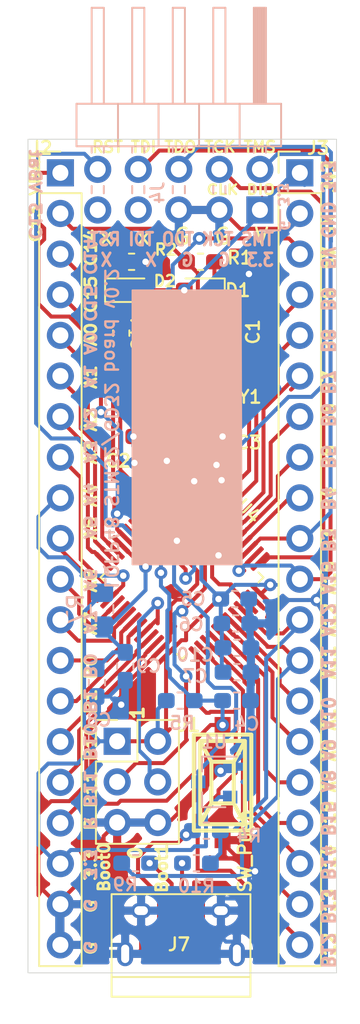
<source format=kicad_pcb>
(kicad_pcb (version 20171130) (host pcbnew 5.1.4-3.fc30)
  (layers (0 F.Cu signal) (31 B.Cu signal) (34 B.Paste user) (35 F.Paste user) (36 B.SilkS user) (37 F.SilkS user) (38 B.Mask user) (39 F.Mask user) (44 Edge.Cuts user))
  (net 0 "")
  (net 1 GND)
  (net 2 PC14)
  (net 3 "Net-(C2-Pad1)")
  (net 4 "Net-(C3-Pad1)")
  (net 5 NRST)
  (net 6 VCC)
  (net 7 "Net-(C8-Pad1)")
  (net 8 PC15)
  (net 9 "Net-(D1-Pad1)")
  (net 10 "Net-(D2-Pad1)")
  (net 11 BOOT1)
  (net 12 BOOT0)
  (net 13 PB11)
  (net 14 PB10)
  (net 15 PB1)
  (net 16 PB0)
  (net 17 PA7)
  (net 18 PA6)
  (net 19 PA5)
  (net 20 PA4)
  (net 21 PA3)
  (net 22 PA2)
  (net 23 PA1)
  (net 24 PA0)
  (net 25 PC13)
  (net 26 VBAT)
  (net 27 PB12)
  (net 28 PB13)
  (net 29 PB14)
  (net 30 PB15)
  (net 31 PA8)
  (net 32 PA9)
  (net 33 PA10)
  (net 34 PA11)
  (net 35 PA12)
  (net 36 PA15-TDI)
  (net 37 PB3-TDO)
  (net 38 PB4)
  (net 39 PB5)
  (net 40 PB6)
  (net 41 PB7)
  (net 42 PB8)
  (net 43 PB9)
  (net 44 5V)
  (net 45 "Net-(J4-Pad9)")
  (net 46 "Net-(J4-Pad7)")
  (net 47 PA14-SWCLK-TCK)
  (net 48 PA13-SWDIO-TMS)
  (net 49 "Net-(J7-Pad4)")
  (net 50 USB-D+)
  (net 51 USB-D-)
  (module Resistor_SMD:R_0805_2012Metric_Pad1.15x1.40mm_HandSolder (layer B.Cu) (at 31.3055 57.277 270)
    (fp_text reference R7 (at 0 1.65 90) (layer B.SilkS) (effects (justify mirror)))
    (fp_text value 0R)
    (pad 2 smd roundrect (at 1.025 0 270) (size 1.15 1.4) (layers B.Cu B.Paste B.Mask) (roundrect_rratio 0.217391) (net 7 "Net-(C8-Pad1)"))
    (pad 1 smd roundrect (at -1.025 0 270) (size 1.15 1.4) (layers B.Cu B.Paste B.Mask) (roundrect_rratio 0.217391) (net 6 VCC))
  )
  (module Crystal:Crystal_SMD_3215-2Pin_3.2x1.5mm (layer F.Cu) (at 36.048 39.878)
    (fp_text reference Y2 (at 0.02 1.4605) (layer F.SilkS) (effects (font (size 0.8 0.8))))
    (fp_text value 32.768K)
    (pad 2 smd rect (at -1.25 0) (size 1 1.8) (layers F.Cu F.Paste F.Mask) (net 8 PC15))
    (pad 1 smd rect (at 1.25 0) (size 1 1.8) (layers F.Cu F.Paste F.Mask) (net 2 PC14))
  )
  (module Icenowy_Connectors:USB_Micro-B_Connector (layer F.Cu) (at 36.2585 77.47)
    (fp_text reference J7 (at -0.127 0.762) (layer F.SilkS) (effects (font (size 0.8 0.8))))
    (fp_text value USB_B_Micro)
    (pad 6 thru_hole oval (at 3.5 1.35 90) (size 1.55 1) (drill oval 1.15 0.5) (layers *.Cu *.Mask) (net 1 GND))
    (pad 6 thru_hole oval (at -3.5 1.35 90) (size 1.55 1) (drill oval 1.15 0.5) (layers *.Cu *.Mask) (net 1 GND))
    (pad 6 thru_hole oval (at 2.5 -1.35 90) (size 0.95 1.25) (drill oval 0.55 0.85) (layers *.Cu *.Mask) (net 1 GND))
    (pad 6 thru_hole oval (at -2.5 -1.35 90) (size 0.95 1.25) (drill oval 0.55 0.85) (layers *.Cu *.Mask) (net 1 GND))
    (pad 5 smd rect (at 1.3 -1.35 90) (size 1.35 0.4) (layers F.Cu F.Paste F.Mask) (net 1 GND))
    (pad 4 smd rect (at 0.65 -1.35 90) (size 1.35 0.4) (layers F.Cu F.Paste F.Mask) (net 49 "Net-(J7-Pad4)"))
    (pad 3 smd rect (at 0 -1.35 90) (size 1.35 0.4) (layers F.Cu F.Paste F.Mask) (net 50 USB-D+))
    (pad 2 smd rect (at -0.65 -1.35 90) (size 1.35 0.4) (layers F.Cu F.Paste F.Mask) (net 51 USB-D-))
    (pad 1 smd rect (at -1.3 -1.35 90) (size 1.35 0.4) (layers F.Cu F.Paste F.Mask) (net 44 5V))
  )
  (module Crystal:Crystal_SMD_5032-2Pin_5.0x3.2mm (layer F.Cu) (at 36.758 43.688)
    (fp_text reference Y1 (at 3.8185 0.3175) (layer F.SilkS) (effects (font (size 0.8 0.8))))
    (fp_text value 8M)
    (pad 2 smd rect (at 1.85 0) (size 2 2.4) (layers F.Cu F.Paste F.Mask) (net 4 "Net-(C3-Pad1)"))
    (pad 1 smd rect (at -1.85 0) (size 2 2.4) (layers F.Cu F.Paste F.Mask) (net 3 "Net-(C2-Pad1)"))
  )
  (module Package_QFP:LQFP-48_7x7mm_P0.5mm (layer F.Cu) (at 36.320376 55.291288 315)
    (fp_text reference U4 (at 0 -5.85 135) (layer F.SilkS) (effects (font (size 0.8 0.8))))
    (fp_text value STM32F103C8Tx)
    (pad 48 smd roundrect (at -2.75 -4.1625 315) (size 0.3 1.475) (layers F.Cu F.Paste F.Mask) (net 6 VCC))
    (pad 47 smd roundrect (at -2.25 -4.1625 315) (size 0.3 1.475) (layers F.Cu F.Paste F.Mask) (net 1 GND))
    (pad 46 smd roundrect (at -1.75 -4.1625 315) (size 0.3 1.475) (layers F.Cu F.Paste F.Mask) (net 43 PB9))
    (pad 45 smd roundrect (at -1.25 -4.1625 315) (size 0.3 1.475) (layers F.Cu F.Paste F.Mask) (net 42 PB8))
    (pad 44 smd roundrect (at -0.75 -4.1625 315) (size 0.3 1.475) (layers F.Cu F.Paste F.Mask) (net 12 BOOT0))
    (pad 43 smd roundrect (at -0.25 -4.1625 315) (size 0.3 1.475) (layers F.Cu F.Paste F.Mask) (net 41 PB7))
    (pad 42 smd roundrect (at 0.25 -4.1625 315) (size 0.3 1.475) (layers F.Cu F.Paste F.Mask) (net 40 PB6))
    (pad 41 smd roundrect (at 0.75 -4.1625 315) (size 0.3 1.475) (layers F.Cu F.Paste F.Mask) (net 39 PB5))
    (pad 40 smd roundrect (at 1.25 -4.1625 315) (size 0.3 1.475) (layers F.Cu F.Paste F.Mask) (net 38 PB4))
    (pad 39 smd roundrect (at 1.75 -4.1625 315) (size 0.3 1.475) (layers F.Cu F.Paste F.Mask) (net 37 PB3-TDO))
    (pad 38 smd roundrect (at 2.25 -4.1625 315) (size 0.3 1.475) (layers F.Cu F.Paste F.Mask) (net 36 PA15-TDI))
    (pad 37 smd roundrect (at 2.75 -4.1625 315) (size 0.3 1.475) (layers F.Cu F.Paste F.Mask) (net 47 PA14-SWCLK-TCK))
    (pad 36 smd roundrect (at 4.1625 -2.75 315) (size 1.475 0.3) (layers F.Cu F.Paste F.Mask) (net 6 VCC))
    (pad 35 smd roundrect (at 4.1625 -2.25 315) (size 1.475 0.3) (layers F.Cu F.Paste F.Mask) (net 1 GND))
    (pad 34 smd roundrect (at 4.1625 -1.75 315) (size 1.475 0.3) (layers F.Cu F.Paste F.Mask) (net 48 PA13-SWDIO-TMS))
    (pad 33 smd roundrect (at 4.1625 -1.25 315) (size 1.475 0.3) (layers F.Cu F.Paste F.Mask) (net 35 PA12))
    (pad 32 smd roundrect (at 4.1625 -0.75 315) (size 1.475 0.3) (layers F.Cu F.Paste F.Mask) (net 34 PA11))
    (pad 31 smd roundrect (at 4.1625 -0.25 315) (size 1.475 0.3) (layers F.Cu F.Paste F.Mask) (net 33 PA10))
    (pad 30 smd roundrect (at 4.1625 0.25 315) (size 1.475 0.3) (layers F.Cu F.Paste F.Mask) (net 32 PA9))
    (pad 29 smd roundrect (at 4.1625 0.75 315) (size 1.475 0.3) (layers F.Cu F.Paste F.Mask) (net 31 PA8))
    (pad 28 smd roundrect (at 4.1625 1.25 315) (size 1.475 0.3) (layers F.Cu F.Paste F.Mask) (net 30 PB15))
    (pad 27 smd roundrect (at 4.1625 1.75 315) (size 1.475 0.3) (layers F.Cu F.Paste F.Mask) (net 29 PB14))
    (pad 26 smd roundrect (at 4.1625 2.25 315) (size 1.475 0.3) (layers F.Cu F.Paste F.Mask) (net 28 PB13))
    (pad 25 smd roundrect (at 4.1625 2.75 315) (size 1.475 0.3) (layers F.Cu F.Paste F.Mask) (net 27 PB12))
    (pad 24 smd roundrect (at 2.75 4.1625 315) (size 0.3 1.475) (layers F.Cu F.Paste F.Mask) (net 6 VCC))
    (pad 23 smd roundrect (at 2.25 4.1625 315) (size 0.3 1.475) (layers F.Cu F.Paste F.Mask) (net 1 GND))
    (pad 22 smd roundrect (at 1.75 4.1625 315) (size 0.3 1.475) (layers F.Cu F.Paste F.Mask) (net 13 PB11))
    (pad 21 smd roundrect (at 1.25 4.1625 315) (size 0.3 1.475) (layers F.Cu F.Paste F.Mask) (net 14 PB10))
    (pad 20 smd roundrect (at 0.75 4.1625 315) (size 0.3 1.475) (layers F.Cu F.Paste F.Mask) (net 11 BOOT1))
    (pad 19 smd roundrect (at 0.25 4.1625 315) (size 0.3 1.475) (layers F.Cu F.Paste F.Mask) (net 15 PB1))
    (pad 18 smd roundrect (at -0.25 4.1625 315) (size 0.3 1.475) (layers F.Cu F.Paste F.Mask) (net 16 PB0))
    (pad 17 smd roundrect (at -0.75 4.1625 315) (size 0.3 1.475) (layers F.Cu F.Paste F.Mask) (net 17 PA7))
    (pad 16 smd roundrect (at -1.25 4.1625 315) (size 0.3 1.475) (layers F.Cu F.Paste F.Mask) (net 18 PA6))
    (pad 15 smd roundrect (at -1.75 4.1625 315) (size 0.3 1.475) (layers F.Cu F.Paste F.Mask) (net 19 PA5))
    (pad 14 smd roundrect (at -2.25 4.1625 315) (size 0.3 1.475) (layers F.Cu F.Paste F.Mask) (net 20 PA4))
    (pad 13 smd roundrect (at -2.75 4.1625 315) (size 0.3 1.475) (layers F.Cu F.Paste F.Mask) (net 21 PA3))
    (pad 12 smd roundrect (at -4.1625 2.75 315) (size 1.475 0.3) (layers F.Cu F.Paste F.Mask) (net 22 PA2))
    (pad 11 smd roundrect (at -4.1625 2.25 315) (size 1.475 0.3) (layers F.Cu F.Paste F.Mask) (net 23 PA1))
    (pad 10 smd roundrect (at -4.1625 1.75 315) (size 1.475 0.3) (layers F.Cu F.Paste F.Mask) (net 24 PA0))
    (pad 9 smd roundrect (at -4.1625 1.25 315) (size 1.475 0.3) (layers F.Cu F.Paste F.Mask) (net 7 "Net-(C8-Pad1)"))
    (pad 8 smd roundrect (at -4.1625 0.75 315) (size 1.475 0.3) (layers F.Cu F.Paste F.Mask) (net 1 GND))
    (pad 7 smd roundrect (at -4.1625 0.25 315) (size 1.475 0.3) (layers F.Cu F.Paste F.Mask) (net 5 NRST))
    (pad 6 smd roundrect (at -4.1625 -0.25 315) (size 1.475 0.3) (layers F.Cu F.Paste F.Mask) (net 4 "Net-(C3-Pad1)"))
    (pad 5 smd roundrect (at -4.1625 -0.75 315) (size 1.475 0.3) (layers F.Cu F.Paste F.Mask) (net 3 "Net-(C2-Pad1)"))
    (pad 4 smd roundrect (at -4.1625 -1.25 315) (size 1.475 0.3) (layers F.Cu F.Paste F.Mask) (net 8 PC15))
    (pad 3 smd roundrect (at -4.1625 -1.75 315) (size 1.475 0.3) (layers F.Cu F.Paste F.Mask) (net 2 PC14))
    (pad 2 smd roundrect (at -4.1625 -2.25 315) (size 1.475 0.3) (layers F.Cu F.Paste F.Mask) (net 25 PC13))
    (pad 1 smd roundrect (at -4.1625 -2.75 315) (size 1.475 0.3) (layers F.Cu F.Paste F.Mask) (net 26 VBAT))
  )
  (module Package_TO_SOT_SMD:SOT-23 (layer B.Cu) (at 38.338 68.072 180)
    (fp_text reference U1 (at 0 2.5) (layer B.SilkS) (effects (font (size 0.8 0.8)) (justify mirror)))
    (fp_text value MCP1700-3302E_SOT23)
    (pad 3 smd rect (at 1 0 180) (size 0.9 0.8) (layers B.Cu B.Paste B.Mask) (net 44 5V))
    (pad 2 smd rect (at -1 -0.95 180) (size 0.9 0.8) (layers B.Cu B.Paste B.Mask) (net 6 VCC))
    (pad 1 smd rect (at -1 0.95 180) (size 0.9 0.8) (layers B.Cu B.Paste B.Mask) (net 1 GND))
  )
  (module w_switch:smd_push (layer F.Cu) (at 38.862 68.11518 270)
    (fp_text reference SW1)
    (fp_text value SW_Push (at 4.27482 -1.397 90) (layer F.SilkS) (effects (font (size 0.8 0.8) (thickness 0.1524))))
    (pad 2 smd rect (at 3.59918 0 270) (size 1.00076 1.00076) (layers F.Cu F.Paste F.Mask) (net 1 GND))
    (pad 1 smd rect (at -3.59918 0 270) (size 1.00076 1.00076) (layers F.Cu F.Paste F.Mask) (net 5 NRST))
  )
  (module Resistor_SMD:R_0603_1608Metric_Pad1.05x0.95mm_HandSolder (layer B.Cu) (at 37.225 73.152)
    (fp_text reference R10 (at 0 1.43) (layer B.SilkS) (effects (font (size 0.8 0.8)) (justify mirror)))
    (fp_text value 22)
    (pad 2 smd roundrect (at 0.875 0) (size 1.05 0.95) (layers B.Cu B.Paste B.Mask) (net 35 PA12))
    (pad 1 smd roundrect (at -0.875 0) (size 1.05 0.95) (layers B.Cu B.Paste B.Mask) (net 50 USB-D+))
  )
  (module Resistor_SMD:R_0603_1608Metric_Pad1.05x0.95mm_HandSolder (layer B.Cu) (at 33.415 73.152 180)
    (fp_text reference R9 (at 0.649 -1.3335) (layer B.SilkS) (effects (font (size 0.8 0.8)) (justify mirror)))
    (fp_text value 22)
    (pad 2 smd roundrect (at 0.875 0 180) (size 1.05 0.95) (layers B.Cu B.Paste B.Mask) (net 34 PA11))
    (pad 1 smd roundrect (at -0.875 0 180) (size 1.05 0.95) (layers B.Cu B.Paste B.Mask) (net 51 USB-D-))
  )
  (module Resistor_SMD:R_0603_1608Metric_Pad1.05x0.95mm_HandSolder (layer B.Cu) (at 36.209 62.992 180)
    (fp_text reference R5 (at -0.113 -1.397) (layer B.SilkS) (effects (font (size 0.8 0.8)) (justify mirror)))
    (fp_text value 10k)
    (pad 2 smd roundrect (at 0.875 0 180) (size 1.05 0.95) (layers B.Cu B.Paste B.Mask) (net 6 VCC))
    (pad 1 smd roundrect (at -0.875 0 180) (size 1.05 0.95) (layers B.Cu B.Paste B.Mask) (net 5 NRST))
  )
  (module Resistor_SMD:R_0603_1608Metric_Pad1.05x0.95mm_HandSolder (layer B.Cu) (at 37.846 71.12 180)
    (fp_text reference R4 (at -2.667 -0.3175) (layer B.SilkS) (effects (font (size 0.8 0.8)) (justify mirror)))
    (fp_text value 1.5K)
    (pad 2 smd roundrect (at 0.875 0 180) (size 1.05 0.95) (layers B.Cu B.Paste B.Mask) (net 44 5V))
    (pad 1 smd roundrect (at -0.875 0 180) (size 1.05 0.95) (layers B.Cu B.Paste B.Mask) (net 35 PA12))
  )
  (module Resistor_SMD:R_0603_1608Metric_Pad1.05x0.95mm_HandSolder (layer F.Cu) (at 36.181 48.006)
    (fp_text reference R3 (at 0.3315 1.3335) (layer F.SilkS) (effects (font (size 0.8 0.8))))
    (fp_text value 1M)
    (pad 2 smd roundrect (at 0.875 0) (size 1.05 0.95) (layers F.Cu F.Paste F.Mask) (net 4 "Net-(C3-Pad1)"))
    (pad 1 smd roundrect (at -0.875 0) (size 1.05 0.95) (layers F.Cu F.Paste F.Mask) (net 3 "Net-(C2-Pad1)"))
  )
  (module Resistor_SMD:R_0603_1608Metric_Pad1.05x0.95mm_HandSolder (layer F.Cu) (at 33.161 35.56)
    (fp_text reference R2 (at 2.145 -0.762) (layer F.SilkS) (effects (font (size 0.7 0.7))))
    (fp_text value 510R)
    (pad 2 smd roundrect (at 0.875 0) (size 1.05 0.95) (layers F.Cu F.Paste F.Mask) (net 1 GND))
    (pad 1 smd roundrect (at -0.875 0) (size 1.05 0.95) (layers F.Cu F.Paste F.Mask) (net 10 "Net-(D2-Pad1)"))
  )
  (module Resistor_SMD:R_0603_1608Metric_Pad1.05x0.95mm_HandSolder (layer F.Cu) (at 37.479 35.56 180)
    (fp_text reference R1 (at -2.4625 0.254) (layer F.SilkS) (effects (font (size 0.8 0.8))))
    (fp_text value 510R)
    (pad 2 smd roundrect (at 0.875 0 180) (size 1.05 0.95) (layers F.Cu F.Paste F.Mask) (net 25 PC13))
    (pad 1 smd roundrect (at -0.875 0 180) (size 1.05 0.95) (layers F.Cu F.Paste F.Mask) (net 9 "Net-(D1-Pad1)"))
  )
  (module Connector_PinHeader_2.54mm:PinHeader_2x05_P2.54mm_Horizontal (layer B.Cu) (at 41.2 32.3215 90)
    (fp_text reference J4 (at 1.0795 -6.4135 270) (layer B.SilkS) (effects (font (size 0.8 0.8)) (justify mirror)))
    (fp_text value Conn_02x05_Odd_Even)
    (pad 10 thru_hole oval (at 2.54 -10.16 90) (size 1.7 1.7) (drill 1) (layers *.Cu *.Mask) (net 5 NRST))
    (pad 9 thru_hole oval (at 0 -10.16 90) (size 1.7 1.7) (drill 1) (layers *.Cu *.Mask) (net 45 "Net-(J4-Pad9)"))
    (pad 8 thru_hole oval (at 2.54 -7.62 90) (size 1.7 1.7) (drill 1) (layers *.Cu *.Mask) (net 36 PA15-TDI))
    (pad 7 thru_hole oval (at 0 -7.62 90) (size 1.7 1.7) (drill 1) (layers *.Cu *.Mask) (net 46 "Net-(J4-Pad7)"))
    (pad 6 thru_hole oval (at 2.54 -5.08 90) (size 1.7 1.7) (drill 1) (layers *.Cu *.Mask) (net 37 PB3-TDO))
    (pad 5 thru_hole oval (at 0 -5.08 90) (size 1.7 1.7) (drill 1) (layers *.Cu *.Mask) (net 1 GND))
    (pad 4 thru_hole oval (at 2.54 -2.54 90) (size 1.7 1.7) (drill 1) (layers *.Cu *.Mask) (net 47 PA14-SWCLK-TCK))
    (pad 3 thru_hole oval (at 0 -2.54 90) (size 1.7 1.7) (drill 1) (layers *.Cu *.Mask) (net 1 GND))
    (pad 2 thru_hole oval (at 2.54 0 90) (size 1.7 1.7) (drill 1) (layers *.Cu *.Mask) (net 48 PA13-SWDIO-TMS))
    (pad 1 thru_hole rect (at 0 0 90) (size 1.7 1.7) (drill 1) (layers *.Cu *.Mask) (net 6 VCC))
  )
  (module Connector_PinHeader_2.54mm:PinHeader_1x20_P2.54mm_Vertical (layer F.Cu) (at 43.7 30)
    (fp_text reference J3 (at 1.1485 -1.552) (layer F.SilkS) (effects (font (size 0.8 0.8))))
    (fp_text value Conn_01x20)
    (pad 20 thru_hole oval (at 0 48.26) (size 1.7 1.7) (drill 1) (layers *.Cu *.Mask) (net 27 PB12))
    (pad 19 thru_hole oval (at 0 45.72) (size 1.7 1.7) (drill 1) (layers *.Cu *.Mask) (net 28 PB13))
    (pad 18 thru_hole oval (at 0 43.18) (size 1.7 1.7) (drill 1) (layers *.Cu *.Mask) (net 29 PB14))
    (pad 17 thru_hole oval (at 0 40.64) (size 1.7 1.7) (drill 1) (layers *.Cu *.Mask) (net 30 PB15))
    (pad 16 thru_hole oval (at 0 38.1) (size 1.7 1.7) (drill 1) (layers *.Cu *.Mask) (net 31 PA8))
    (pad 15 thru_hole oval (at 0 35.56) (size 1.7 1.7) (drill 1) (layers *.Cu *.Mask) (net 32 PA9))
    (pad 14 thru_hole oval (at 0 33.02) (size 1.7 1.7) (drill 1) (layers *.Cu *.Mask) (net 33 PA10))
    (pad 13 thru_hole oval (at 0 30.48) (size 1.7 1.7) (drill 1) (layers *.Cu *.Mask) (net 34 PA11))
    (pad 12 thru_hole oval (at 0 27.94) (size 1.7 1.7) (drill 1) (layers *.Cu *.Mask) (net 35 PA12))
    (pad 11 thru_hole oval (at 0 25.4) (size 1.7 1.7) (drill 1) (layers *.Cu *.Mask) (net 36 PA15-TDI))
    (pad 10 thru_hole oval (at 0 22.86) (size 1.7 1.7) (drill 1) (layers *.Cu *.Mask) (net 37 PB3-TDO))
    (pad 9 thru_hole oval (at 0 20.32) (size 1.7 1.7) (drill 1) (layers *.Cu *.Mask) (net 38 PB4))
    (pad 8 thru_hole oval (at 0 17.78) (size 1.7 1.7) (drill 1) (layers *.Cu *.Mask) (net 39 PB5))
    (pad 7 thru_hole oval (at 0 15.24) (size 1.7 1.7) (drill 1) (layers *.Cu *.Mask) (net 40 PB6))
    (pad 6 thru_hole oval (at 0 12.7) (size 1.7 1.7) (drill 1) (layers *.Cu *.Mask) (net 41 PB7))
    (pad 5 thru_hole oval (at 0 10.16) (size 1.7 1.7) (drill 1) (layers *.Cu *.Mask) (net 42 PB8))
    (pad 4 thru_hole oval (at 0 7.62) (size 1.7 1.7) (drill 1) (layers *.Cu *.Mask) (net 43 PB9))
    (pad 3 thru_hole oval (at 0 5.08) (size 1.7 1.7) (drill 1) (layers *.Cu *.Mask) (net 44 5V))
    (pad 2 thru_hole oval (at 0 2.54) (size 1.7 1.7) (drill 1) (layers *.Cu *.Mask) (net 1 GND))
    (pad 1 thru_hole rect (at 0 0) (size 1.7 1.7) (drill 1) (layers *.Cu *.Mask) (net 6 VCC))
  )
  (module Connector_PinHeader_2.54mm:PinHeader_1x20_P2.54mm_Vertical (layer F.Cu) (at 28.7 30)
    (fp_text reference J2 (at -1.195 -1.552) (layer F.SilkS) (effects (font (size 0.8 0.8))))
    (fp_text value Conn_01x20)
    (pad 20 thru_hole oval (at 0 48.26) (size 1.7 1.7) (drill 1) (layers *.Cu *.Mask) (net 1 GND))
    (pad 19 thru_hole oval (at 0 45.72) (size 1.7 1.7) (drill 1) (layers *.Cu *.Mask) (net 1 GND))
    (pad 18 thru_hole oval (at 0 43.18) (size 1.7 1.7) (drill 1) (layers *.Cu *.Mask) (net 6 VCC))
    (pad 17 thru_hole oval (at 0 40.64) (size 1.7 1.7) (drill 1) (layers *.Cu *.Mask) (net 5 NRST))
    (pad 16 thru_hole oval (at 0 38.1) (size 1.7 1.7) (drill 1) (layers *.Cu *.Mask) (net 13 PB11))
    (pad 15 thru_hole oval (at 0 35.56) (size 1.7 1.7) (drill 1) (layers *.Cu *.Mask) (net 14 PB10))
    (pad 14 thru_hole oval (at 0 33.02) (size 1.7 1.7) (drill 1) (layers *.Cu *.Mask) (net 15 PB1))
    (pad 13 thru_hole oval (at 0 30.48) (size 1.7 1.7) (drill 1) (layers *.Cu *.Mask) (net 16 PB0))
    (pad 12 thru_hole oval (at 0 27.94) (size 1.7 1.7) (drill 1) (layers *.Cu *.Mask) (net 17 PA7))
    (pad 11 thru_hole oval (at 0 25.4) (size 1.7 1.7) (drill 1) (layers *.Cu *.Mask) (net 18 PA6))
    (pad 10 thru_hole oval (at 0 22.86) (size 1.7 1.7) (drill 1) (layers *.Cu *.Mask) (net 19 PA5))
    (pad 9 thru_hole oval (at 0 20.32) (size 1.7 1.7) (drill 1) (layers *.Cu *.Mask) (net 20 PA4))
    (pad 8 thru_hole oval (at 0 17.78) (size 1.7 1.7) (drill 1) (layers *.Cu *.Mask) (net 21 PA3))
    (pad 7 thru_hole oval (at 0 15.24) (size 1.7 1.7) (drill 1) (layers *.Cu *.Mask) (net 22 PA2))
    (pad 6 thru_hole oval (at 0 12.7) (size 1.7 1.7) (drill 1) (layers *.Cu *.Mask) (net 23 PA1))
    (pad 5 thru_hole oval (at 0 10.16) (size 1.7 1.7) (drill 1) (layers *.Cu *.Mask) (net 24 PA0))
    (pad 4 thru_hole oval (at 0 7.62) (size 1.7 1.7) (drill 1) (layers *.Cu *.Mask) (net 8 PC15))
    (pad 3 thru_hole oval (at 0 5.08) (size 1.7 1.7) (drill 1) (layers *.Cu *.Mask) (net 2 PC14))
    (pad 2 thru_hole oval (at 0 2.54) (size 1.7 1.7) (drill 1) (layers *.Cu *.Mask) (net 25 PC13))
    (pad 1 thru_hole rect (at 0 0) (size 1.7 1.7) (drill 1) (layers *.Cu *.Mask) (net 26 VBAT))
  )
  (module Connector_PinHeader_2.54mm:PinHeader_2x03_P2.54mm_Vertical (layer F.Cu) (at 32.258 65.532)
    (fp_text reference J1 (at 4.5085 -1.016) (layer F.SilkS) (effects (font (size 0.8 0.8))))
    (fp_text value BootJumper)
    (pad 6 thru_hole oval (at 2.54 5.08) (size 1.7 1.7) (drill 1) (layers *.Cu *.Mask) (net 1 GND))
    (pad 5 thru_hole oval (at 0 5.08) (size 1.7 1.7) (drill 1) (layers *.Cu *.Mask) (net 1 GND))
    (pad 4 thru_hole oval (at 2.54 2.54) (size 1.7 1.7) (drill 1) (layers *.Cu *.Mask) (net 11 BOOT1))
    (pad 3 thru_hole oval (at 0 2.54) (size 1.7 1.7) (drill 1) (layers *.Cu *.Mask) (net 12 BOOT0))
    (pad 2 thru_hole oval (at 2.54 0) (size 1.7 1.7) (drill 1) (layers *.Cu *.Mask) (net 6 VCC))
    (pad 1 thru_hole rect (at 0 0) (size 1.7 1.7) (drill 1) (layers *.Cu *.Mask) (net 6 VCC))
  )
  (module LED_SMD:LED_0603_1608Metric_Pad1.05x0.95mm_HandSolder (layer F.Cu) (at 33.161 37.338)
    (fp_text reference D2 (at 2.0815 -0.5715) (layer F.SilkS) (effects (font (size 0.7 0.7))))
    (fp_text value LED_PWR)
    (pad 2 smd roundrect (at 0.875 0) (size 1.05 0.95) (layers F.Cu F.Paste F.Mask) (net 6 VCC))
    (pad 1 smd roundrect (at -0.875 0) (size 1.05 0.95) (layers F.Cu F.Paste F.Mask) (net 10 "Net-(D2-Pad1)"))
  )
  (module LED_SMD:LED_0603_1608Metric_Pad1.05x0.95mm_HandSolder (layer F.Cu) (at 37.338 37.338 180)
    (fp_text reference D1 (at -2.4765 0) (layer F.SilkS) (effects (font (size 0.8 0.8))))
    (fp_text value LED2)
    (pad 2 smd roundrect (at 0.875 0 180) (size 1.05 0.95) (layers F.Cu F.Paste F.Mask) (net 6 VCC))
    (pad 1 smd roundrect (at -0.875 0 180) (size 1.05 0.95) (layers F.Cu F.Paste F.Mask) (net 9 "Net-(D1-Pad1)"))
  )
  (module Capacitor_SMD:C_0603_1608Metric_Pad1.05x0.95mm_HandSolder (layer F.Cu) (at 32.512 40.019 90)
    (fp_text reference C11 (at 0.014 1.0795 90) (layer F.SilkS) (effects (font (size 0.8 0.8))))
    (fp_text value 20p)
    (pad 2 smd roundrect (at 0.875 0 90) (size 1.05 0.95) (layers F.Cu F.Paste F.Mask) (net 1 GND))
    (pad 1 smd roundrect (at -0.875 0 90) (size 1.05 0.95) (layers F.Cu F.Paste F.Mask) (net 8 PC15))
  )
  (module Capacitor_SMD:C_0603_1608Metric_Pad1.05x0.95mm_HandSolder (layer B.Cu) (at 39.765 59.69)
    (fp_text reference C10 (at -2.6175 0.4445) (layer B.SilkS) (effects (font (size 0.8 0.8)) (justify mirror)))
    (fp_text value 100nF)
    (pad 2 smd roundrect (at 0.875 0) (size 1.05 0.95) (layers B.Cu B.Paste B.Mask) (net 1 GND))
    (pad 1 smd roundrect (at -0.875 0) (size 1.05 0.95) (layers B.Cu B.Paste B.Mask) (net 6 VCC))
  )
  (module Capacitor_SMD:C_0603_1608Metric_Pad1.05x0.95mm_HandSolder (layer B.Cu) (at 32.766 60.847 270)
    (fp_text reference C9 (at -0.014 -1.4605) (layer B.SilkS) (effects (font (size 0.8 0.8)) (justify mirror)))
    (fp_text value 2.2u)
    (pad 2 smd roundrect (at 0.875 0 270) (size 1.05 0.95) (layers B.Cu B.Paste B.Mask) (net 1 GND))
    (pad 1 smd roundrect (at -0.875 0 270) (size 1.05 0.95) (layers B.Cu B.Paste B.Mask) (net 7 "Net-(C8-Pad1)"))
  )
  (module Capacitor_SMD:C_0603_1608Metric_Pad1.05x0.95mm_HandSolder (layer B.Cu) (at 30.988 61.863 270)
    (fp_text reference C8 (at 2.3355 -0.127 180) (layer B.SilkS) (effects (font (size 0.8 0.8)) (justify mirror)))
    (fp_text value 10n)
    (pad 2 smd roundrect (at 0.875 0 270) (size 1.05 0.95) (layers B.Cu B.Paste B.Mask) (net 1 GND))
    (pad 1 smd roundrect (at -0.875 0 270) (size 1.05 0.95) (layers B.Cu B.Paste B.Mask) (net 7 "Net-(C8-Pad1)"))
  )
  (module Capacitor_SMD:C_0603_1608Metric_Pad1.05x0.95mm_HandSolder (layer B.Cu) (at 39.765 61.214 180)
    (fp_text reference C7 (at 2.6175 -0.254) (layer B.SilkS) (effects (font (size 0.8 0.8)) (justify mirror)))
    (fp_text value 0.1u)
    (pad 2 smd roundrect (at 0.875 0 180) (size 1.05 0.95) (layers B.Cu B.Paste B.Mask) (net 6 VCC))
    (pad 1 smd roundrect (at -0.875 0 180) (size 1.05 0.95) (layers B.Cu B.Paste B.Mask) (net 1 GND))
  )
  (module Capacitor_SMD:C_0603_1608Metric_Pad1.05x0.95mm_HandSolder (layer B.Cu) (at 39.688 58.166 180)
    (fp_text reference C6 (at 2.7945 -0.0635) (layer B.SilkS) (effects (font (size 0.8 0.8)) (justify mirror)))
    (fp_text value 0.1u)
    (pad 2 smd roundrect (at 0.875 0 180) (size 1.05 0.95) (layers B.Cu B.Paste B.Mask) (net 6 VCC))
    (pad 1 smd roundrect (at -0.875 0 180) (size 1.05 0.95) (layers B.Cu B.Paste B.Mask) (net 1 GND))
  )
  (module Capacitor_SMD:C_0603_1608Metric_Pad1.05x0.95mm_HandSolder (layer B.Cu) (at 39.624 56.642 180)
    (fp_text reference C5 (at 2.6035 0) (layer B.SilkS) (effects (font (size 0.8 0.8)) (justify mirror)))
    (fp_text value 0.1u)
    (pad 2 smd roundrect (at 0.875 0 180) (size 1.05 0.95) (layers B.Cu B.Paste B.Mask) (net 6 VCC))
    (pad 1 smd roundrect (at -0.875 0 180) (size 1.05 0.95) (layers B.Cu B.Paste B.Mask) (net 1 GND))
  )
  (module Capacitor_SMD:C_0603_1608Metric_Pad1.05x0.95mm_HandSolder (layer B.Cu) (at 39.737 62.992 180)
    (fp_text reference C4 (at -0.649 -1.4605) (layer B.SilkS) (effects (font (size 0.8 0.8)) (justify mirror)))
    (fp_text value 1u)
    (pad 2 smd roundrect (at 0.875 0 180) (size 1.05 0.95) (layers B.Cu B.Paste B.Mask) (net 5 NRST))
    (pad 1 smd roundrect (at -0.875 0 180) (size 1.05 0.95) (layers B.Cu B.Paste B.Mask) (net 1 GND))
  )
  (module Capacitor_SMD:C_0603_1608Metric_Pad1.05x0.95mm_HandSolder (layer F.Cu) (at 37.959 46.482)
    (fp_text reference C3 (at 2.554 0.381) (layer F.SilkS) (effects (font (size 0.8 0.8))))
    (fp_text value 20p)
    (pad 2 smd roundrect (at 0.875 0) (size 1.05 0.95) (layers F.Cu F.Paste F.Mask) (net 1 GND))
    (pad 1 smd roundrect (at -0.875 0) (size 1.05 0.95) (layers F.Cu F.Paste F.Mask) (net 4 "Net-(C3-Pad1)"))
  )
  (module Capacitor_SMD:C_0603_1608Metric_Pad1.05x0.95mm_HandSolder (layer F.Cu) (at 34.177 46.482 180)
    (fp_text reference C2 (at 1.8555 -1.524) (layer F.SilkS) (effects (font (size 0.8 0.8))))
    (fp_text value 20p)
    (pad 2 smd roundrect (at 0.875 0 180) (size 1.05 0.95) (layers F.Cu F.Paste F.Mask) (net 1 GND))
    (pad 1 smd roundrect (at -0.875 0 180) (size 1.05 0.95) (layers F.Cu F.Paste F.Mask) (net 3 "Net-(C2-Pad1)"))
  )
  (module Capacitor_SMD:C_0603_1608Metric_Pad1.05x0.95mm_HandSolder (layer F.Cu) (at 39.37 39.878 90)
    (fp_text reference C1 (at -0.0635 1.397 90) (layer F.SilkS) (effects (font (size 0.8 0.8))))
    (fp_text value 20p)
    (pad 2 smd roundrect (at 0.875 0 90) (size 1.05 0.95) (layers F.Cu F.Paste F.Mask) (net 1 GND))
    (pad 1 smd roundrect (at -0.875 0 90) (size 1.05 0.95) (layers F.Cu F.Paste F.Mask) (net 2 PC14))
  )
  (gr_text "C13 VBat" (at 27.1145 34.29 270) (layer B.SilkS) (effects (font (size 0.7 0.8) (thickness 0.175)) (justify left mirror)))
  (gr_poly (pts (xy 33.2105 37.338) (xy 33.2105 54.483) (xy 40.0685 54.483) (xy 40.005 37.338)) (layer B.SilkS) (width 0.1))
  (gr_text "LQFP48 STM32/GD32 board v0.2" (at 31.877 45.974 270) (layer B.SilkS) (effects (font (size 0.8 0.8)) (justify mirror)))
  (gr_text "G  3.3" (at 42.672 32.131 272.7) (layer B.SilkS) (effects (font (size 0.6 0.6)) (justify mirror)))
  (gr_text "B12 B13 B14 B15 A8 A9 A10  A11 A12 A15 B3  B4  B5  B6 B7  B8  B9  5V GND 3v3" (at 45.466 79.8195 270) (layer B.SilkS) (effects (font (size 0.8 0.75) (thickness 0.1875)) (justify left mirror)))
  (gr_text "G   G  3.3  R B11 B10 B1 B0  A7  A6   A5 A4  A3 A2  A1 A0 C15 C14" (at 30.5435 78.9305 270) (layer B.SilkS) (effects (font (size 0.7 0.8) (thickness 0.175)) (justify left mirror)))
  (gr_text "C13 VBAT" (at 27.1145 31.496 90) (layer F.SilkS) (effects (font (size 0.6 0.8))))
  (gr_text "G   G  3.3  R B11 B10 B1 B0  A7  A6   A5 A4  A3 A2  A1  A0 C15 C14" (at 30.607 78.994 90) (layer F.SilkS) (effects (font (size 0.7 0.8) (thickness 0.175)) (justify left)))
  (gr_text "B12 B13 B14 B15 A8 A9 A10  A11 A12 A15 B3  B4  B5  B6 B7  B8  B9  5V GND 3v3" (at 45.5295 79.8195 90) (layer F.SilkS) (effects (font (size 0.8 0.75) (thickness 0.1875)) (justify left)))
  (gr_text "CLK DIO" (at 40.005 31.0515) (layer F.SilkS) (effects (font (size 0.6 0.7))))
  (gr_text "TMS TCK TDO TDI RST\n3.3  G   G   X    X" (at 42.164 34.798) (layer B.SilkS) (effects (font (size 0.8 0.7) (thickness 0.175)) (justify left mirror)))
  (gr_text "x  x  G  G  V" (at 36.449 33.9725) (layer F.SilkS) (effects (font (size 1 1))))
  (gr_text "RST TDI TDO TCK TMS" (at 36.449 28.3845) (layer F.SilkS) (effects (font (size 0.7 0.7))))
  (gr_text 1 (at 33.528 63.754 90) (layer F.SilkS) (effects (font (size 0.8 0.8) (thickness 0.2))))
  (gr_text Boot1 (at 35.052 73.4695 90) (layer F.SilkS) (effects (font (size 0.7 0.7) (thickness 0.175))))
  (gr_text 0 (at 33.401 72.517 90) (layer F.SilkS) (effects (font (size 0.8 0.8) (thickness 0.2))))
  (gr_text Boot0 (at 31.4325 73.406 90) (layer F.SilkS) (effects (font (size 0.7 0.7) (thickness 0.175))))
  (gr_line (start 46 27.9) (end 26.67 27.9) (layer Edge.Cuts) (width 0.05))
  (gr_line (start 46 80.01) (end 46 27.9) (layer Edge.Cuts) (width 0.05))
  (gr_line (start 26.67 80.01) (end 46 80.01) (layer Edge.Cuts) (width 0.05))
  (gr_line (start 26.67 27.9) (end 26.67 80.01) (layer Edge.Cuts) (width 0.05))
  (via (at 38.735 67.3735) (size 0.8) (drill 0.4) (layers F.Cu B.Cu) (net 1))
  (via (at 38.862 46.482) (size 0.8) (drill 0.4) (layers F.Cu B.Cu) (net 1))
  (via (at 33.274 46.482) (size 0.8) (drill 0.4) (layers F.Cu B.Cu) (net 1))
  (via (at 44.7675 56.7055) (size 0.8) (drill 0.4) (layers F.Cu B.Cu) (net 1))
  (segment (start 32.258 70.612) (end 34.798 70.612) (width 0.25) (layer B.Cu) (net 1))
  (segment (start 39.072 78.058) (end 39.822 78.058) (width 0.25) (layer B.Cu) (net 1))
  (segment (start 38.822 77.808) (end 39.072 78.058) (width 0.25) (layer B.Cu) (net 1))
  (segment (start 38.822 75.358) (end 38.822 77.808) (width 0.25) (layer B.Cu) (net 1))
  (segment (start 28.5 78.26) (end 32.62 78.26) (width 0.25) (layer B.Cu) (net 1))
  (segment (start 28.5 76.922081) (end 28.5 78.26) (width 0.25) (layer B.Cu) (net 1))
  (segment (start 28.5 75.72) (end 28.5 76.922081) (width 0.25) (layer B.Cu) (net 1))
  (via (at 40.894 73.66) (size 0.8) (drill 0.4) (layers F.Cu B.Cu) (net 1))
  (segment (start 38.862 71.882) (end 39.878 72.898) (width 0.25) (layer F.Cu) (net 1))
  (segment (start 38.862 71.71436) (end 38.862 71.882) (width 0.25) (layer F.Cu) (net 1))
  (via (at 32.258 51.308) (size 0.8) (drill 0.4) (layers F.Cu B.Cu) (net 1))
  (segment (start 39.697 75.358) (end 38.822 75.358) (width 0.25) (layer B.Cu) (net 1))
  (segment (start 40.527 74.528) (end 39.697 75.358) (width 0.25) (layer B.Cu) (net 1))
  (segment (start 40.894 73.66) (end 40.527 74.027) (width 0.25) (layer B.Cu) (net 1))
  (segment (start 40.527 74.027) (end 40.527 74.528) (width 0.25) (layer B.Cu) (net 1))
  (segment (start 40.132 72.898) (end 40.894 73.66) (width 0.25) (layer F.Cu) (net 1))
  (segment (start 39.878 72.898) (end 40.132 72.898) (width 0.25) (layer F.Cu) (net 1))
  (segment (start 29.349999 74.870001) (end 28.5 75.72) (width 0.25) (layer F.Cu) (net 1))
  (segment (start 31.408001 72.811999) (end 29.349999 74.870001) (width 0.25) (layer F.Cu) (net 1))
  (segment (start 31.408001 71.461999) (end 31.408001 72.811999) (width 0.25) (layer F.Cu) (net 1))
  (segment (start 32.258 70.612) (end 31.408001 71.461999) (width 0.25) (layer F.Cu) (net 1))
  (segment (start 39.338 67.122) (end 39.288 67.122) (width 0.25) (layer B.Cu) (net 1))
  (via (at 32.512 63.246) (size 0.8) (drill 0.4) (layers F.Cu B.Cu) (net 1))
  (segment (start 32.512 62.573316) (end 32.512 63.246) (width 0.25) (layer F.Cu) (net 1))
  (segment (start 27.324999 74.544999) (end 27.650001 74.870001) (width 0.25) (layer F.Cu) (net 1))
  (segment (start 27.935999 72.004999) (end 27.324999 72.615999) (width 0.25) (layer F.Cu) (net 1))
  (segment (start 27.935999 71.815001) (end 27.935999 72.004999) (width 0.25) (layer F.Cu) (net 1))
  (segment (start 27.324999 71.204001) (end 27.935999 71.815001) (width 0.25) (layer F.Cu) (net 1))
  (segment (start 27.324999 70.075999) (end 27.324999 71.204001) (width 0.25) (layer F.Cu) (net 1))
  (segment (start 27.324999 72.615999) (end 27.324999 74.544999) (width 0.25) (layer F.Cu) (net 1))
  (segment (start 27.650001 74.870001) (end 28.5 75.72) (width 0.25) (layer F.Cu) (net 1))
  (segment (start 32.112001 63.645999) (end 31.858999 63.645999) (width 0.25) (layer F.Cu) (net 1))
  (segment (start 31.75 62.738) (end 32.766 61.722) (width 0.25) (layer B.Cu) (net 1))
  (segment (start 30.988 62.738) (end 31.75 62.738) (width 0.25) (layer B.Cu) (net 1))
  (segment (start 32.766 62.992) (end 32.512 63.246) (width 0.25) (layer B.Cu) (net 1))
  (segment (start 32.766 61.722) (end 32.766 62.992) (width 0.25) (layer B.Cu) (net 1))
  (segment (start 34.036 35.56) (end 34.036 35.56) (width 0.25) (layer F.Cu) (net 1))
  (via (at 34.036 35.56) (size 0.8) (drill 0.4) (layers F.Cu B.Cu) (net 1))
  (segment (start 40.817 57.912) (end 40.563 58.166) (width 0.25) (layer B.Cu) (net 1))
  (via (at 38.7985 49.2125) (size 0.8) (drill 0.4) (layers F.Cu B.Cu) (net 1))
  (segment (start 39.388 67.122) (end 39.338 67.122) (width 0.25) (layer B.Cu) (net 1))
  (segment (start 40.612 65.898) (end 39.388 67.122) (width 0.25) (layer B.Cu) (net 1))
  (segment (start 40.612 62.992) (end 40.612 65.898) (width 0.25) (layer B.Cu) (net 1))
  (segment (start 39.0865 67.3735) (end 39.338 67.122) (width 0.25) (layer B.Cu) (net 1))
  (segment (start 38.735 67.3735) (end 39.0865 67.3735) (width 0.25) (layer B.Cu) (net 1))
  (segment (start 34.95675 70.45325) (end 34.798 70.612) (width 0.25) (layer F.Cu) (net 1))
  (segment (start 35.65525 70.45325) (end 34.95675 70.45325) (width 0.25) (layer F.Cu) (net 1))
  (segment (start 38.735 67.3735) (end 35.65525 70.45325) (width 0.25) (layer F.Cu) (net 1))
  (segment (start 33.011072 38.644928) (end 32.512 39.144) (width 0.25) (layer F.Cu) (net 1))
  (segment (start 33.18599 36.41001) (end 33.18599 38.47001) (width 0.25) (layer F.Cu) (net 1))
  (segment (start 33.18599 38.47001) (end 33.011072 38.644928) (width 0.25) (layer F.Cu) (net 1))
  (segment (start 34.036 35.56) (end 33.18599 36.41001) (width 0.25) (layer F.Cu) (net 1))
  (segment (start 43.150001 33.389999) (end 44 32.54) (width 0.25) (layer F.Cu) (net 1))
  (segment (start 39.973501 33.496501) (end 43.043499 33.496501) (width 0.25) (layer F.Cu) (net 1))
  (segment (start 43.043499 33.496501) (end 43.150001 33.389999) (width 0.25) (layer F.Cu) (net 1))
  (segment (start 38.7985 32.3215) (end 39.973501 33.496501) (width 0.25) (layer F.Cu) (net 1))
  (via (at 40.513 36.322) (size 0.8) (drill 0.4) (layers F.Cu B.Cu) (net 1))
  (segment (start 40.513 36.027) (end 40.513 36.322) (width 0.25) (layer B.Cu) (net 1))
  (segment (start 44 32.54) (end 40.513 36.027) (width 0.25) (layer B.Cu) (net 1))
  (segment (start 40.499 62.879) (end 40.612 62.992) (width 0.25) (layer B.Cu) (net 1))
  (segment (start 40.499 56.642) (end 40.499 62.879) (width 0.25) (layer B.Cu) (net 1))
  (segment (start 33.7585 78.57) (end 33.5085 78.82) (width 0.25) (layer F.Cu) (net 1))
  (segment (start 33.5085 78.82) (end 32.7585 78.82) (width 0.25) (layer F.Cu) (net 1))
  (segment (start 33.7585 76.12) (end 33.7585 78.57) (width 0.25) (layer F.Cu) (net 1))
  (segment (start 37.5585 76.12) (end 37.5585 76.6745) (width 0.25) (layer F.Cu) (net 1))
  (segment (start 37.5585 76.12) (end 38.7585 76.12) (width 0.25) (layer F.Cu) (net 1))
  (segment (start 34.968034 59.82561) (end 35.560235 59.233409) (width 0.25) (layer F.Cu) (net 1))
  (segment (start 35.560235 58.684263) (end 35.596999 58.647499) (width 0.25) (layer F.Cu) (net 1))
  (segment (start 35.560235 59.233409) (end 35.560235 58.684263) (width 0.25) (layer F.Cu) (net 1))
  (segment (start 35.596999 58.647499) (end 35.596999 58.787279) (width 0.25) (layer F.Cu) (net 1))
  (segment (start 32.512 62.281644) (end 32.512 63.246) (width 0.25) (layer F.Cu) (net 1))
  (segment (start 34.968034 59.82561) (end 32.512 62.281644) (width 0.25) (layer F.Cu) (net 1))
  (segment (start 32.258 52.289572) (end 32.258 51.308) (width 0.25) (layer F.Cu) (net 1))
  (segment (start 32.846714 52.878286) (end 32.258 52.289572) (width 0.25) (layer F.Cu) (net 1))
  (segment (start 39.206001 48.804999) (end 38.7985 49.2125) (width 0.25) (layer F.Cu) (net 1))
  (segment (start 39.206001 47.429001) (end 39.206001 48.804999) (width 0.25) (layer F.Cu) (net 1))
  (segment (start 38.834 46.482) (end 38.834 47.057) (width 0.25) (layer F.Cu) (net 1))
  (segment (start 38.834 47.057) (end 39.206001 47.429001) (width 0.25) (layer F.Cu) (net 1))
  (segment (start 38.7985 49.631184) (end 38.7985 49.2125) (width 0.25) (layer F.Cu) (net 1))
  (segment (start 37.672718 50.756966) (end 38.7985 49.631184) (width 0.25) (layer F.Cu) (net 1))
  (segment (start 35.596999 57.055999) (end 35.596999 58.647499) (width 0.25) (layer F.Cu) (net 1))
  (segment (start 35.973999 56.678999) (end 35.596999 57.055999) (width 0.25) (layer F.Cu) (net 1))
  (segment (start 37.273552 54.877691) (end 37.273552 55.702786) (width 0.25) (layer F.Cu) (net 1))
  (segment (start 36.297339 56.678999) (end 35.973999 56.678999) (width 0.25) (layer F.Cu) (net 1))
  (segment (start 37.273552 55.702786) (end 36.297339 56.678999) (width 0.25) (layer F.Cu) (net 1))
  (segment (start 36.7665 54.370639) (end 37.273552 54.877691) (width 0.25) (layer F.Cu) (net 1))
  (segment (start 36.7665 51.663184) (end 36.7665 54.370639) (width 0.25) (layer F.Cu) (net 1))
  (segment (start 37.672718 50.756966) (end 36.7665 51.663184) (width 0.25) (layer F.Cu) (net 1))
  (segment (start 44.201815 56.7055) (end 44.7675 56.7055) (width 0.25) (layer F.Cu) (net 1))
  (segment (start 42.995498 56.7055) (end 44.201815 56.7055) (width 0.25) (layer F.Cu) (net 1))
  (segment (start 42.465167 57.235831) (end 42.995498 56.7055) (width 0.25) (layer F.Cu) (net 1))
  (segment (start 41.446899 57.235831) (end 42.465167 57.235831) (width 0.25) (layer F.Cu) (net 1))
  (segment (start 40.854698 56.64363) (end 41.446899 57.235831) (width 0.25) (layer F.Cu) (net 1))
  (segment (start 44.201815 56.7055) (end 44.7675 56.7055) (width 0.25) (layer B.Cu) (net 1))
  (segment (start 42.995498 56.7055) (end 44.201815 56.7055) (width 0.25) (layer B.Cu) (net 1))
  (segment (start 41.534998 58.166) (end 42.995498 56.7055) (width 0.25) (layer B.Cu) (net 1))
  (segment (start 40.563 58.166) (end 41.534998 58.166) (width 0.25) (layer B.Cu) (net 1))
  (segment (start 31.732411 63.645999) (end 32.112001 63.645999) (width 0.25) (layer F.Cu) (net 1))
  (segment (start 30.325011 65.053399) (end 31.732411 63.645999) (width 0.25) (layer F.Cu) (net 1))
  (segment (start 30.325011 68.213991) (end 30.325011 65.053399) (width 0.25) (layer F.Cu) (net 1))
  (segment (start 29.264001 69.275001) (end 30.325011 68.213991) (width 0.25) (layer F.Cu) (net 1))
  (segment (start 28.125997 69.275001) (end 29.264001 69.275001) (width 0.25) (layer F.Cu) (net 1))
  (segment (start 27.808999 69.591999) (end 28.125997 69.275001) (width 0.25) (layer F.Cu) (net 1))
  (segment (start 32.112001 63.645999) (end 32.512 63.246) (width 0.25) (layer F.Cu) (net 1))
  (segment (start 27.808999 69.591999) (end 27.324999 70.075999) (width 0.25) (layer F.Cu) (net 1))
  (segment (start 27.935999 69.464999) (end 27.808999 69.591999) (width 0.25) (layer F.Cu) (net 1))
  (segment (start 32.657999 50.908001) (end 32.258 51.308) (width 0.25) (layer B.Cu) (net 1))
  (segment (start 33.274 46.996498) (end 34.062501 47.784999) (width 0.25) (layer B.Cu) (net 1))
  (segment (start 34.062501 49.503499) (end 32.657999 50.908001) (width 0.25) (layer B.Cu) (net 1))
  (segment (start 34.062501 47.784999) (end 34.062501 49.503499) (width 0.25) (layer B.Cu) (net 1))
  (segment (start 33.274 46.482) (end 33.274 46.996498) (width 0.25) (layer B.Cu) (net 1))
  (segment (start 37.298 40.278) (end 37.298 39.878) (width 0.25) (layer F.Cu) (net 2))
  (segment (start 36.472999 41.103001) (end 37.298 40.278) (width 0.25) (layer F.Cu) (net 2))
  (segment (start 34.707997 41.103001) (end 36.472999 41.103001) (width 0.25) (layer F.Cu) (net 2))
  (segment (start 32.45199 43.359008) (end 34.707997 41.103001) (width 0.25) (layer F.Cu) (net 2))
  (segment (start 38.173 40.753) (end 37.298 39.878) (width 0.25) (layer F.Cu) (net 2))
  (segment (start 39.37 40.753) (end 38.173 40.753) (width 0.25) (layer F.Cu) (net 2))
  (segment (start 36.472999 38.652999) (end 37.298 39.478) (width 0.25) (layer F.Cu) (net 2))
  (segment (start 33.972999 38.717999) (end 34.037999 38.652999) (width 0.25) (layer F.Cu) (net 2))
  (segment (start 33.972999 39.687001) (end 33.972999 38.717999) (width 0.25) (layer F.Cu) (net 2))
  (segment (start 33.61601 40.04399) (end 33.972999 39.687001) (width 0.25) (layer F.Cu) (net 2))
  (segment (start 37.298 39.478) (end 37.298 39.878) (width 0.25) (layer F.Cu) (net 2))
  (segment (start 34.037999 38.652999) (end 36.472999 38.652999) (width 0.25) (layer F.Cu) (net 2))
  (segment (start 32.09148 40.04399) (end 33.61601 40.04399) (width 0.25) (layer F.Cu) (net 2))
  (segment (start 34.02228 50.518318) (end 34.614481 51.110519) (width 0.25) (layer F.Cu) (net 2))
  (segment (start 33.094364 49.590402) (end 34.02228 50.518318) (width 0.25) (layer F.Cu) (net 2))
  (segment (start 32.45199 48.58099) (end 33.094364 49.223364) (width 0.25) (layer F.Cu) (net 2))
  (segment (start 33.094364 49.223364) (end 33.094364 49.590402) (width 0.25) (layer F.Cu) (net 2))
  (segment (start 32.45199 48.78335) (end 32.45199 48.58099) (width 0.25) (layer F.Cu) (net 2))
  (segment (start 32.45199 48.58099) (end 32.45199 43.359008) (width 0.25) (layer F.Cu) (net 2))
  (segment (start 29.549999 35.929999) (end 28.7 35.08) (width 0.25) (layer F.Cu) (net 2))
  (segment (start 31.43599 37.81599) (end 29.549999 35.929999) (width 0.25) (layer F.Cu) (net 2))
  (segment (start 31.43599 39.3885) (end 31.43599 37.81599) (width 0.25) (layer F.Cu) (net 2))
  (segment (start 32.09148 40.04399) (end 31.43599 39.3885) (width 0.25) (layer F.Cu) (net 2))
  (via (at 36 53) (size 0.8) (drill 0.4) (layers F.Cu B.Cu) (net 3))
  (segment (start 35.052 47.752) (end 35.15 47.85) (width 0.25) (layer F.Cu) (net 3))
  (segment (start 35.052 46.482) (end 35.052 47.752) (width 0.25) (layer F.Cu) (net 3))
  (segment (start 34.552928 45.982928) (end 35.052 46.482) (width 0.25) (layer F.Cu) (net 3))
  (segment (start 34.550479 45.980479) (end 34.552928 45.982928) (width 0.25) (layer F.Cu) (net 3))
  (segment (start 34.550479 44.045521) (end 34.550479 45.980479) (width 0.25) (layer F.Cu) (net 3))
  (segment (start 34.908 43.688) (end 34.550479 44.045521) (width 0.25) (layer F.Cu) (net 3))
  (segment (start 35.473324 52.473324) (end 35.600001 52.600001) (width 0.25) (layer F.Cu) (net 3))
  (segment (start 35.15 47.85) (end 35.306 48.006) (width 0.25) (layer F.Cu) (net 3))
  (via (at 35.3695 48.006) (size 0.8) (drill 0.4) (layers F.Cu B.Cu) (net 3))
  (segment (start 36 48.7) (end 35.549999 48.249999) (width 0.25) (layer B.Cu) (net 3))
  (segment (start 36 53) (end 36 48.7) (width 0.25) (layer B.Cu) (net 3))
  (segment (start 35.409827 52.409827) (end 35.600001 52.600001) (width 0.25) (layer F.Cu) (net 3))
  (segment (start 34.499575 52.409827) (end 35.409827 52.409827) (width 0.25) (layer F.Cu) (net 3))
  (segment (start 35.600001 52.600001) (end 36 53) (width 0.25) (layer F.Cu) (net 3))
  (segment (start 33.907374 51.817626) (end 34.499575 52.409827) (width 0.25) (layer F.Cu) (net 3))
  (via (at 37.084 49.276) (size 0.8) (drill 0.4) (layers F.Cu B.Cu) (net 4))
  (via (at 36.548551 55.354785) (size 0.8) (drill 0.4) (layers F.Cu B.Cu) (net 4))
  (segment (start 37.056 46.51) (end 37.084 46.482) (width 0.25) (layer F.Cu) (net 4))
  (segment (start 37.056 48.006) (end 37.056 46.51) (width 0.25) (layer F.Cu) (net 4))
  (segment (start 37.084 45.907) (end 37.084 46.482) (width 0.25) (layer F.Cu) (net 4))
  (segment (start 37.084 45.412) (end 37.084 45.907) (width 0.25) (layer F.Cu) (net 4))
  (segment (start 38.608 43.888) (end 37.084 45.412) (width 0.25) (layer F.Cu) (net 4))
  (segment (start 38.608 43.688) (end 38.608 43.888) (width 0.25) (layer F.Cu) (net 4))
  (segment (start 37.084 48.034) (end 37.056 48.006) (width 0.25) (layer F.Cu) (net 4))
  (segment (start 37.084 49.276) (end 37.084 48.034) (width 0.25) (layer F.Cu) (net 4))
  (segment (start 36.548551 54.7891) (end 36.548551 55.354785) (width 0.25) (layer F.Cu) (net 4))
  (segment (start 34.985791 53.22634) (end 36.548551 54.7891) (width 0.25) (layer F.Cu) (net 4))
  (segment (start 34.77366 53.22634) (end 34.985791 53.22634) (width 0.25) (layer F.Cu) (net 4))
  (segment (start 34.77366 53.22634) (end 34.88732 53.34) (width 0.25) (layer F.Cu) (net 4))
  (segment (start 37.084 54.819336) (end 36.548551 55.354785) (width 0.25) (layer B.Cu) (net 4))
  (segment (start 37.084 51.916) (end 37.084 54.819336) (width 0.25) (layer B.Cu) (net 4))
  (segment (start 37.084 51.916) (end 37.084 52.084) (width 0.25) (layer B.Cu) (net 4))
  (segment (start 37.084 49.276) (end 37.084 51.916) (width 0.25) (layer B.Cu) (net 4))
  (segment (start 34.722642 53.34) (end 34.88732 53.34) (width 0.25) (layer F.Cu) (net 4))
  (segment (start 33.553821 52.171179) (end 34.722642 53.34) (width 0.25) (layer F.Cu) (net 4))
  (via (at 38.862 64.516) (size 0.8) (drill 0.4) (layers F.Cu B.Cu) (net 5))
  (via (at 35 55) (size 0.8) (drill 0.4) (layers F.Cu B.Cu) (net 5))
  (segment (start 38.862 62.992) (end 38.862 64.516) (width 0.25) (layer B.Cu) (net 5))
  (segment (start 38.862 62.992) (end 37.084 62.992) (width 0.25) (layer B.Cu) (net 5))
  (segment (start 37.075847 67.533155) (end 35.362001 69.247001) (width 0.25) (layer F.Cu) (net 5))
  (segment (start 37.075847 65.551773) (end 37.075847 67.533155) (width 0.25) (layer F.Cu) (net 5))
  (segment (start 38.11162 64.516) (end 37.075847 65.551773) (width 0.25) (layer F.Cu) (net 5))
  (segment (start 38.862 64.516) (end 38.11162 64.516) (width 0.25) (layer F.Cu) (net 5))
  (segment (start 35 54.434315) (end 35 55) (width 0.25) (layer F.Cu) (net 5))
  (segment (start 35 54.413002) (end 35 54.434315) (width 0.25) (layer F.Cu) (net 5))
  (segment (start 35 55.828) (end 35 55) (width 0.25) (layer B.Cu) (net 5))
  (segment (start 35.523001 56.351001) (end 35 55.828) (width 0.25) (layer B.Cu) (net 5))
  (segment (start 35.523001 57.244001) (end 35.523001 56.351001) (width 0.25) (layer B.Cu) (net 5))
  (segment (start 35.400989 57.366013) (end 35.523001 57.244001) (width 0.25) (layer B.Cu) (net 5))
  (segment (start 35.400989 60.929399) (end 35.400989 57.366013) (width 0.25) (layer B.Cu) (net 5))
  (segment (start 36.285001 62.193001) (end 36.227999 62.193001) (width 0.25) (layer B.Cu) (net 5))
  (segment (start 35.56 61.08841) (end 35.400989 60.929399) (width 0.25) (layer B.Cu) (net 5))
  (segment (start 36.227999 62.193001) (end 35.56 61.525002) (width 0.25) (layer B.Cu) (net 5))
  (segment (start 37.084 62.992) (end 36.285001 62.193001) (width 0.25) (layer B.Cu) (net 5))
  (segment (start 35.56 61.525002) (end 35.56 61.08841) (width 0.25) (layer B.Cu) (net 5))
  (segment (start 35 55) (end 35 54.434315) (width 0.25) (layer B.Cu) (net 5))
  (segment (start 32.598686 52.033001) (end 31.909999 52.033001) (width 0.25) (layer B.Cu) (net 5))
  (segment (start 35 54.434315) (end 32.598686 52.033001) (width 0.25) (layer B.Cu) (net 5))
  (segment (start 27.178 32.1945) (end 27.305 32.0675) (width 0.25) (layer B.Cu) (net 5))
  (segment (start 27.178 45.657002) (end 27.178 32.1945) (width 0.25) (layer B.Cu) (net 5))
  (segment (start 27.305 32.0675) (end 27.305 28.909998) (width 0.25) (layer B.Cu) (net 5))
  (segment (start 30.202999 28.805999) (end 31.1785 29.7815) (width 0.25) (layer B.Cu) (net 5))
  (segment (start 27.408999 28.805999) (end 30.202999 28.805999) (width 0.25) (layer B.Cu) (net 5))
  (segment (start 27.408999 28.805999) (end 27.473997 28.741001) (width 0.25) (layer B.Cu) (net 5))
  (segment (start 27.305 28.909998) (end 27.408999 28.805999) (width 0.25) (layer B.Cu) (net 5))
  (segment (start 33.792468 53.116934) (end 33.792468 53.20547) (width 0.25) (layer F.Cu) (net 5))
  (segment (start 33.792468 53.20547) (end 34.171999 53.585001) (width 0.25) (layer F.Cu) (net 5))
  (segment (start 33.200267 52.524733) (end 33.792468 53.116934) (width 0.25) (layer F.Cu) (net 5))
  (segment (start 34.036 53.449002) (end 34.171999 53.585001) (width 0.25) (layer F.Cu) (net 5))
  (segment (start 34.171999 53.585001) (end 35 54.413002) (width 0.25) (layer F.Cu) (net 5))
  (segment (start 29.777499 46.604999) (end 31.532999 48.360499) (width 0.25) (layer B.Cu) (net 5))
  (segment (start 28.125997 46.604999) (end 29.777499 46.604999) (width 0.25) (layer B.Cu) (net 5))
  (segment (start 27.780999 46.260001) (end 28.125997 46.604999) (width 0.25) (layer B.Cu) (net 5))
  (segment (start 31.532999 48.360499) (end 31.532999 51.656001) (width 0.25) (layer B.Cu) (net 5))
  (segment (start 27.935999 46.415001) (end 27.780999 46.260001) (width 0.25) (layer B.Cu) (net 5))
  (segment (start 31.532999 51.656001) (end 31.909999 52.033001) (width 0.25) (layer B.Cu) (net 5))
  (segment (start 27.780999 46.260001) (end 27.178 45.657002) (width 0.25) (layer B.Cu) (net 5))
  (segment (start 29.549999 69.790001) (end 28.7 70.64) (width 0.25) (layer F.Cu) (net 5))
  (segment (start 29.903001 69.436999) (end 29.549999 69.790001) (width 0.25) (layer F.Cu) (net 5))
  (segment (start 32.290001 69.436999) (end 29.903001 69.436999) (width 0.25) (layer F.Cu) (net 5))
  (segment (start 32.479999 69.247001) (end 32.290001 69.436999) (width 0.25) (layer F.Cu) (net 5))
  (segment (start 35.362001 69.247001) (end 32.479999 69.247001) (width 0.25) (layer F.Cu) (net 5))
  (via (at 38.481 48.26) (size 0.8) (drill 0.4) (layers F.Cu B.Cu) (net 6))
  (via (at 41.8465 55.753) (size 0.8) (drill 0.4) (layers F.Cu B.Cu) (net 6))
  (via (at 38.608 56.642) (size 0.8) (drill 0.4) (layers F.Cu B.Cu) (net 6))
  (segment (start 35.549763 64.780237) (end 34.798 65.532) (width 0.25) (layer F.Cu) (net 6))
  (segment (start 34.798 65.532) (end 32.258 65.532) (width 0.25) (layer F.Cu) (net 6))
  (segment (start 34.798 63.528) (end 34.798 65.532) (width 0.25) (layer B.Cu) (net 6))
  (segment (start 35.334 62.992) (end 34.798 63.528) (width 0.25) (layer B.Cu) (net 6))
  (segment (start 27.650001 72.330001) (end 28.5 73.18) (width 0.25) (layer B.Cu) (net 6))
  (segment (start 27.935999 66.924999) (end 27.324999 67.535999) (width 0.25) (layer B.Cu) (net 6))
  (segment (start 29.765001 66.924999) (end 27.935999 66.924999) (width 0.25) (layer B.Cu) (net 6))
  (segment (start 31.158 65.532) (end 29.765001 66.924999) (width 0.25) (layer B.Cu) (net 6))
  (segment (start 27.324999 72.004999) (end 27.650001 72.330001) (width 0.25) (layer B.Cu) (net 6))
  (segment (start 27.324999 67.535999) (end 27.324999 72.004999) (width 0.25) (layer B.Cu) (net 6))
  (segment (start 38.638 69.022) (end 37.82101 69.83899) (width 0.25) (layer B.Cu) (net 6))
  (segment (start 37.82101 69.83899) (end 37.82101 72.0985) (width 0.25) (layer B.Cu) (net 6))
  (segment (start 39.338 69.022) (end 38.638 69.022) (width 0.25) (layer B.Cu) (net 6))
  (segment (start 29.349999 72.330001) (end 28.5 73.18) (width 0.25) (layer B.Cu) (net 6))
  (segment (start 36.889999 72.330001) (end 29.349999 72.330001) (width 0.25) (layer B.Cu) (net 6))
  (segment (start 37.1215 72.0985) (end 36.889999 72.330001) (width 0.25) (layer B.Cu) (net 6))
  (segment (start 37.82101 72.0985) (end 37.1215 72.0985) (width 0.25) (layer B.Cu) (net 6))
  (segment (start 34.036 37.338) (end 36.463 37.338) (width 0.25) (layer F.Cu) (net 6))
  (segment (start 31.158 65.532) (end 32.258 65.532) (width 0.25) (layer B.Cu) (net 6))
  (segment (start 39.248072 56.142928) (end 38.749 56.642) (width 0.25) (layer B.Cu) (net 6))
  (segment (start 38.749 58.102) (end 38.813 58.166) (width 0.25) (layer B.Cu) (net 6))
  (segment (start 38.749 56.642) (end 38.749 58.102) (width 0.25) (layer B.Cu) (net 6))
  (segment (start 38.813 61.137) (end 38.89 61.214) (width 0.25) (layer B.Cu) (net 6))
  (segment (start 38.813 58.166) (end 38.813 61.137) (width 0.25) (layer B.Cu) (net 6))
  (segment (start 36.576 58.674) (end 38.608 56.642) (width 0.25) (layer F.Cu) (net 6))
  (segment (start 36.576 59.216424) (end 36.576 58.674) (width 0.25) (layer F.Cu) (net 6))
  (segment (start 38.13954 48.60146) (end 38.481 48.26) (width 0.25) (layer F.Cu) (net 6))
  (segment (start 38.249928 56.142928) (end 38.749 56.642) (width 0.25) (layer B.Cu) (net 6))
  (segment (start 38.481 48.26) (end 37.809001 48.931999) (width 0.25) (layer B.Cu) (net 6))
  (segment (start 37.809001 48.931999) (end 37.809001 49.624001) (width 0.25) (layer B.Cu) (net 6))
  (segment (start 37.53401 55.42701) (end 38.249928 56.142928) (width 0.25) (layer B.Cu) (net 6))
  (segment (start 37.809001 49.624001) (end 37.53401 49.898992) (width 0.25) (layer B.Cu) (net 6))
  (segment (start 37.53401 49.898992) (end 37.53401 55.42701) (width 0.25) (layer B.Cu) (net 6))
  (segment (start 41.3385 31.5615) (end 41.3385 32.131) (width 0.25) (layer F.Cu) (net 6))
  (segment (start 39.638 55.753) (end 38.749 56.642) (width 0.25) (layer B.Cu) (net 6))
  (segment (start 42.2275 55.753) (end 39.638 55.753) (width 0.25) (layer B.Cu) (net 6))
  (segment (start 36.463 37.338) (end 36.463 37.338) (width 0.25) (layer F.Cu) (net 6))
  (via (at 36.463 37.338) (size 0.8) (drill 0.4) (layers F.Cu B.Cu) (net 6))
  (segment (start 41.3385 32.4625) (end 41.3385 32.3215) (width 0.25) (layer B.Cu) (net 6))
  (segment (start 36.463 37.338) (end 41.3385 32.4625) (width 0.25) (layer B.Cu) (net 6))
  (segment (start 36.463 46.242) (end 38.481 48.26) (width 0.25) (layer B.Cu) (net 6))
  (segment (start 36.463 37.338) (end 36.463 46.242) (width 0.25) (layer B.Cu) (net 6))
  (segment (start 44 30) (end 44 30.76) (width 0.25) (layer B.Cu) (net 6))
  (segment (start 30.18799 57.44201) (end 31.3055 56.3245) (width 0.25) (layer B.Cu) (net 6))
  (segment (start 31.158 65.532) (end 30.18799 64.56199) (width 0.25) (layer B.Cu) (net 6))
  (segment (start 30.18799 64.56199) (end 30.18799 57.44201) (width 0.25) (layer B.Cu) (net 6))
  (segment (start 36.284328 59.216424) (end 35.321588 60.179164) (width 0.25) (layer F.Cu) (net 6))
  (segment (start 36.576 59.216424) (end 36.284328 59.216424) (width 0.25) (layer F.Cu) (net 6))
  (segment (start 38.081001 48.659999) (end 38.481 48.26) (width 0.25) (layer F.Cu) (net 6))
  (segment (start 37.911365 48.829635) (end 38.081001 48.659999) (width 0.25) (layer F.Cu) (net 6))
  (segment (start 37.911365 49.811211) (end 37.911365 48.829635) (width 0.25) (layer F.Cu) (net 6))
  (segment (start 37.319164 50.403412) (end 37.911365 49.811211) (width 0.25) (layer F.Cu) (net 6))
  (segment (start 35.321588 65.008412) (end 34.798 65.532) (width 0.25) (layer F.Cu) (net 6))
  (segment (start 35.321588 60.179164) (end 35.321588 65.008412) (width 0.25) (layer F.Cu) (net 6))
  (segment (start 43.3215 30) (end 41 32.3215) (width 0.25) (layer B.Cu) (net 6))
  (segment (start 43.5 30) (end 43.3215 30) (width 0.25) (layer B.Cu) (net 6))
  (segment (start 41.309424 56.290076) (end 41.8465 55.753) (width 0.25) (layer F.Cu) (net 6))
  (segment (start 41.208252 56.290076) (end 41.309424 56.290076) (width 0.25) (layer F.Cu) (net 6))
  (via (at 34.036 54.61) (size 0.8) (drill 0.4) (layers F.Cu B.Cu) (net 7))
  (segment (start 32.004 59.972) (end 30.988 60.988) (width 0.25) (layer B.Cu) (net 7))
  (segment (start 32.766 59.972) (end 32.004 59.972) (width 0.25) (layer B.Cu) (net 7))
  (segment (start 31.722 58.928) (end 32.766 59.972) (width 0.25) (layer B.Cu) (net 7))
  (segment (start 31.016 58.928) (end 31.722 58.928) (width 0.25) (layer B.Cu) (net 7))
  (segment (start 31.81601 58.12799) (end 31.515072 58.428928) (width 0.25) (layer B.Cu) (net 7))
  (segment (start 31.515072 58.428928) (end 31.016 58.928) (width 0.25) (layer B.Cu) (net 7))
  (segment (start 34.036 54.61) (end 34.036 55.429002) (width 0.25) (layer B.Cu) (net 7))
  (segment (start 34.036 55.175685) (end 34.036 54.61) (width 0.25) (layer B.Cu) (net 7))
  (segment (start 34.036 56.0885) (end 34.036 55.175685) (width 0.25) (layer B.Cu) (net 7))
  (segment (start 31.4325 58.692) (end 34.036 56.0885) (width 0.25) (layer B.Cu) (net 7))
  (segment (start 33.871322 54.61) (end 34.036 54.61) (width 0.25) (layer F.Cu) (net 7))
  (segment (start 32.493161 53.231839) (end 33.871322 54.61) (width 0.25) (layer F.Cu) (net 7))
  (segment (start 32.012928 41.393072) (end 32.512 40.894) (width 0.25) (layer F.Cu) (net 8))
  (segment (start 34.048 41.028) (end 34.798 40.278) (width 0.25) (layer F.Cu) (net 8))
  (segment (start 33.916 41.028) (end 34.048 41.028) (width 0.25) (layer F.Cu) (net 8))
  (segment (start 33.782 40.894) (end 33.916 41.028) (width 0.25) (layer F.Cu) (net 8))
  (segment (start 34.798 40.278) (end 34.798 39.878) (width 0.25) (layer F.Cu) (net 8))
  (segment (start 32.512 40.894) (end 33.782 40.894) (width 0.25) (layer F.Cu) (net 8))
  (segment (start 32.512 40.894) (end 32.00198 41.40402) (width 0.25) (layer F.Cu) (net 8))
  (segment (start 32.644354 49.666394) (end 32.00198 49.02402) (width 0.25) (layer F.Cu) (net 8))
  (segment (start 32.644354 49.8475) (end 32.644354 49.666394) (width 0.25) (layer F.Cu) (net 8))
  (segment (start 34.260927 51.464073) (end 32.644354 49.8475) (width 0.25) (layer F.Cu) (net 8))
  (segment (start 32.00198 41.40402) (end 32.00198 49.02402) (width 0.25) (layer F.Cu) (net 8))
  (segment (start 32.00198 49.02402) (end 32.00198 49.216978) (width 0.25) (layer F.Cu) (net 8))
  (segment (start 31.774 40.694) (end 28.7 37.62) (width 0.25) (layer F.Cu) (net 8))
  (segment (start 31.937 40.894) (end 32.512 40.894) (width 0.25) (layer F.Cu) (net 8))
  (segment (start 31.774 40.731) (end 31.937 40.894) (width 0.25) (layer F.Cu) (net 8))
  (segment (start 31.774 40.694) (end 31.774 40.731) (width 0.25) (layer F.Cu) (net 8))
  (segment (start 38.354 37.197) (end 38.213 37.338) (width 0.25) (layer F.Cu) (net 9))
  (segment (start 38.354 35.56) (end 38.354 37.197) (width 0.25) (layer F.Cu) (net 9))
  (segment (start 32.286 35.56) (end 32.286 37.338) (width 0.25) (layer F.Cu) (net 10))
  (via (at 34.798 56.896) (size 0.8) (drill 0.4) (layers F.Cu B.Cu) (net 11))
  (segment (start 34.798 56.896) (end 34.398001 57.295999) (width 0.25) (layer B.Cu) (net 11))
  (segment (start 33.622999 58.071001) (end 34.798 56.896) (width 0.25) (layer B.Cu) (net 11))
  (segment (start 33.622999 66.096001) (end 33.622999 58.071001) (width 0.25) (layer B.Cu) (net 11))
  (segment (start 34.29 66.763002) (end 33.622999 66.096001) (width 0.25) (layer B.Cu) (net 11))
  (segment (start 34.798 68.072) (end 34.29 67.564) (width 0.25) (layer B.Cu) (net 11))
  (segment (start 34.29 67.564) (end 34.29 66.763002) (width 0.25) (layer B.Cu) (net 11))
  (segment (start 34.798 57.874324) (end 34.798 57.7215) (width 0.25) (layer F.Cu) (net 11))
  (segment (start 34.798 56.896) (end 34.798 57.7215) (width 0.25) (layer F.Cu) (net 11))
  (segment (start 33.907374 58.76495) (end 34.798 57.874324) (width 0.25) (layer F.Cu) (net 11))
  (segment (start 34.798 57.7215) (end 34.798 58.165996) (width 0.25) (layer F.Cu) (net 11))
  (via (at 36.322 57.404) (size 0.8) (drill 0.4) (layers F.Cu B.Cu) (net 12))
  (via (at 36.576 61.468) (size 0.8) (drill 0.4) (layers F.Cu B.Cu) (net 12))
  (segment (start 35.172003 66.896999) (end 36.625838 65.443164) (width 0.25) (layer F.Cu) (net 12))
  (segment (start 32.258 68.072) (end 33.433001 66.896999) (width 0.25) (layer F.Cu) (net 12))
  (segment (start 33.433001 66.896999) (end 35.172003 66.896999) (width 0.25) (layer F.Cu) (net 12))
  (segment (start 36.576 65.393326) (end 36.576 61.468) (width 0.25) (layer F.Cu) (net 12))
  (segment (start 36.625838 65.443164) (end 36.576 65.393326) (width 0.25) (layer F.Cu) (net 12))
  (segment (start 36.576 61.468) (end 35.850999 60.742999) (width 0.25) (layer B.Cu) (net 12))
  (segment (start 35.850999 60.742999) (end 35.850999 57.948999) (width 0.25) (layer B.Cu) (net 12))
  (segment (start 35.850999 57.948999) (end 35.850999 57.621001) (width 0.25) (layer B.Cu) (net 12))
  (segment (start 35.850999 57.948999) (end 35.850999 57.552413) (width 0.25) (layer B.Cu) (net 12))
  (segment (start 35.850999 57.552413) (end 35.973011 57.430401) (width 0.25) (layer B.Cu) (net 12))
  (segment (start 37.756676 55.969324) (end 36.322 57.404) (width 0.25) (layer F.Cu) (net 12))
  (segment (start 38.141177 52.409827) (end 38.141177 52.981323) (width 0.25) (layer F.Cu) (net 12))
  (segment (start 38.733378 51.817626) (end 38.141177 52.409827) (width 0.25) (layer F.Cu) (net 12))
  (segment (start 38.141177 52.981323) (end 37.756676 53.365824) (width 0.25) (layer F.Cu) (net 12))
  (segment (start 37.756676 53.086) (end 37.756676 53.365824) (width 0.25) (layer F.Cu) (net 12))
  (segment (start 37.756676 53.365824) (end 37.756676 55.969324) (width 0.25) (layer F.Cu) (net 12))
  (segment (start 29.875001 64.866999) (end 29.875001 66.924999) (width 0.25) (layer F.Cu) (net 13))
  (segment (start 34.614481 59.472057) (end 34.02228 60.064258) (width 0.25) (layer F.Cu) (net 13))
  (segment (start 29.875001 66.924999) (end 29.549999 67.250001) (width 0.25) (layer F.Cu) (net 13))
  (segment (start 34.02228 60.064258) (end 34.02228 60.134954) (width 0.25) (layer F.Cu) (net 13))
  (segment (start 34.02228 60.134954) (end 30.988 63.169234) (width 0.25) (layer F.Cu) (net 13))
  (segment (start 29.549999 67.250001) (end 28.7 68.1) (width 0.25) (layer F.Cu) (net 13))
  (segment (start 30.988 63.169234) (end 30.988 63.754) (width 0.25) (layer F.Cu) (net 13))
  (segment (start 30.988 63.754) (end 29.875001 64.866999) (width 0.25) (layer F.Cu) (net 13))
  (segment (start 30.48 63.58) (end 28.5 65.56) (width 0.25) (layer F.Cu) (net 14))
  (segment (start 30.48 63.191102) (end 30.48 63.58) (width 0.25) (layer F.Cu) (net 14))
  (segment (start 33.4645 59.91493) (end 33.4645 60.056324) (width 0.25) (layer F.Cu) (net 14))
  (segment (start 34.260927 59.118503) (end 33.4645 59.91493) (width 0.25) (layer F.Cu) (net 14))
  (segment (start 30.48 63.040824) (end 30.48 63.58) (width 0.25) (layer F.Cu) (net 14))
  (segment (start 33.4645 60.056324) (end 30.48 63.040824) (width 0.25) (layer F.Cu) (net 14))
  (segment (start 29.23689 63.02) (end 28.5 63.02) (width 0.25) (layer F.Cu) (net 15))
  (segment (start 32.96162 59.760461) (end 29.702081 63.02) (width 0.25) (layer F.Cu) (net 15))
  (segment (start 29.702081 63.02) (end 28.5 63.02) (width 0.25) (layer F.Cu) (net 15))
  (segment (start 32.96162 59.003598) (end 32.96162 59.760461) (width 0.25) (layer F.Cu) (net 15))
  (segment (start 33.553821 58.411397) (end 32.96162 59.003598) (width 0.25) (layer F.Cu) (net 15))
  (segment (start 32.51161 58.7465) (end 32.51161 59.574061) (width 0.25) (layer F.Cu) (net 16))
  (segment (start 33.200267 58.057843) (end 32.51161 58.7465) (width 0.25) (layer F.Cu) (net 16))
  (segment (start 31.605671 60.48) (end 28.5 60.48) (width 0.25) (layer F.Cu) (net 16))
  (segment (start 32.51161 59.574061) (end 31.605671 60.48) (width 0.25) (layer F.Cu) (net 16))
  (segment (start 32.254513 58.296491) (end 32.846714 57.70429) (width 0.25) (layer F.Cu) (net 17))
  (segment (start 32.0616 58.489404) (end 32.254513 58.296491) (width 0.25) (layer F.Cu) (net 17))
  (segment (start 31.9405 59.2455) (end 32.0616 59.1244) (width 0.25) (layer F.Cu) (net 17))
  (segment (start 29.8055 59.2455) (end 31.9405 59.2455) (width 0.25) (layer F.Cu) (net 17))
  (segment (start 29.603 59.043) (end 29.8055 59.2455) (width 0.25) (layer F.Cu) (net 17))
  (segment (start 29.718 59.158) (end 29.603 59.043) (width 0.25) (layer F.Cu) (net 17))
  (segment (start 29.603 59.043) (end 28.5 57.94) (width 0.25) (layer F.Cu) (net 17))
  (segment (start 32.0616 59.1244) (end 32.0616 58.489404) (width 0.25) (layer F.Cu) (net 17))
  (segment (start 29.875001 57.562411) (end 30.92309 58.6105) (width 0.25) (layer F.Cu) (net 18))
  (segment (start 28.7 55.4) (end 29.875001 56.575001) (width 0.25) (layer F.Cu) (net 18))
  (segment (start 29.875001 56.575001) (end 29.875001 57.562411) (width 0.25) (layer F.Cu) (net 18))
  (segment (start 32.457819 57.350737) (end 32.493161 57.350737) (width 0.25) (layer F.Cu) (net 18))
  (segment (start 31.61159 58.196966) (end 32.457819 57.350737) (width 0.25) (layer F.Cu) (net 18))
  (segment (start 31.61159 58.55841) (end 31.61159 58.196966) (width 0.25) (layer F.Cu) (net 18))
  (segment (start 31.5595 58.6105) (end 31.61159 58.55841) (width 0.25) (layer F.Cu) (net 18))
  (segment (start 30.92309 58.6105) (end 31.5595 58.6105) (width 0.25) (layer F.Cu) (net 18))
  (segment (start 30.510999 57.561999) (end 31.042895 58.093895) (width 0.25) (layer F.Cu) (net 19))
  (segment (start 28.7 52.86) (end 28.7 53.52991) (width 0.25) (layer F.Cu) (net 19))
  (segment (start 28.7 53.52991) (end 30.510999 55.340909) (width 0.25) (layer F.Cu) (net 19))
  (segment (start 31.042895 58.093895) (end 32.139607 56.997183) (width 0.25) (layer F.Cu) (net 19))
  (segment (start 30.510999 55.340909) (end 30.510999 57.561999) (width 0.25) (layer F.Cu) (net 19))
  (via (at 32.639 55.1815) (size 0.8) (drill 0.4) (layers F.Cu B.Cu) (net 20))
  (segment (start 32.639 55.790684) (end 32.639 55.1815) (width 0.25) (layer F.Cu) (net 20))
  (segment (start 31.786054 56.64363) (end 32.639 55.790684) (width 0.25) (layer F.Cu) (net 20))
  (segment (start 27.650001 51.169999) (end 28.5 50.32) (width 0.25) (layer B.Cu) (net 20))
  (segment (start 27.324999 51.495001) (end 27.650001 51.169999) (width 0.25) (layer B.Cu) (net 20))
  (segment (start 32.639 55.1815) (end 30.1625 55.1815) (width 0.25) (layer B.Cu) (net 20))
  (segment (start 30.1625 55.123498) (end 29.074003 54.035001) (width 0.25) (layer B.Cu) (net 20))
  (segment (start 27.324999 53.424001) (end 27.324999 51.495001) (width 0.25) (layer B.Cu) (net 20))
  (segment (start 30.1625 55.1815) (end 30.020502 55.1815) (width 0.25) (layer B.Cu) (net 20))
  (segment (start 27.935999 54.035001) (end 27.324999 53.424001) (width 0.25) (layer B.Cu) (net 20))
  (segment (start 29.074003 54.035001) (end 27.935999 54.035001) (width 0.25) (layer B.Cu) (net 20))
  (segment (start 30.1625 55.1815) (end 30.1625 55.123498) (width 0.25) (layer B.Cu) (net 20))
  (segment (start 31.4325 55.977944) (end 31.4325 56.290076) (width 0.25) (layer F.Cu) (net 21))
  (segment (start 29.972 49.052) (end 29.972 54.1655) (width 0.25) (layer F.Cu) (net 21))
  (segment (start 29.972 54.1655) (end 31.4325 55.626) (width 0.25) (layer F.Cu) (net 21))
  (segment (start 28.7 47.78) (end 29.972 49.052) (width 0.25) (layer F.Cu) (net 21))
  (segment (start 31.4325 55.626) (end 31.4325 55.977944) (width 0.25) (layer F.Cu) (net 21))
  (segment (start 29.349999 46.089999) (end 28.5 45.24) (width 0.25) (layer F.Cu) (net 22))
  (segment (start 30.42201 47.16201) (end 29.349999 46.089999) (width 0.25) (layer F.Cu) (net 22))
  (segment (start 30.42201 53.429464) (end 30.42201 47.16201) (width 0.25) (layer F.Cu) (net 22))
  (segment (start 30.840299 53.700299) (end 30.692845 53.700299) (width 0.25) (layer F.Cu) (net 22))
  (segment (start 30.692845 53.700299) (end 30.42201 53.429464) (width 0.25) (layer F.Cu) (net 22))
  (segment (start 31.4325 54.2925) (end 30.840299 53.700299) (width 0.25) (layer F.Cu) (net 22))
  (segment (start 29.349999 43.549999) (end 28.5 42.7) (width 0.25) (layer F.Cu) (net 23))
  (segment (start 29.972 44.172) (end 29.349999 43.549999) (width 0.25) (layer F.Cu) (net 23))
  (segment (start 29.972 45.974) (end 29.972 44.172) (width 0.25) (layer F.Cu) (net 23))
  (segment (start 30.87202 46.87402) (end 29.972 45.974) (width 0.25) (layer F.Cu) (net 23))
  (segment (start 30.87202 53.024912) (end 30.87202 52.77952) (width 0.25) (layer F.Cu) (net 23))
  (segment (start 30.87202 52.860234) (end 30.87202 52.77952) (width 0.25) (layer F.Cu) (net 23))
  (segment (start 31.786054 53.938946) (end 30.87202 53.024912) (width 0.25) (layer F.Cu) (net 23))
  (segment (start 30.87202 52.77952) (end 30.87202 46.87402) (width 0.25) (layer F.Cu) (net 23))
  (segment (start 31.32203 52.767816) (end 32.139607 53.585393) (width 0.25) (layer F.Cu) (net 24))
  (segment (start 31.32203 46.56203) (end 31.32203 52.767816) (width 0.25) (layer F.Cu) (net 24))
  (segment (start 30.42201 45.66201) (end 31.32203 46.56203) (width 0.25) (layer F.Cu) (net 24))
  (segment (start 28.5 40.16) (end 30.42201 42.08201) (width 0.25) (layer F.Cu) (net 24))
  (segment (start 30.42201 42.08201) (end 30.42201 45.66201) (width 0.25) (layer F.Cu) (net 24))
  (segment (start 37.103072 36.059072) (end 36.604 35.56) (width 0.25) (layer F.Cu) (net 25))
  (segment (start 38.123001 39.076511) (end 38.123001 38.717999) (width 0.25) (layer F.Cu) (net 25))
  (segment (start 38.8995 39.85301) (end 38.123001 39.076511) (width 0.25) (layer F.Cu) (net 25))
  (segment (start 38.123001 38.717999) (end 37.31301 37.908008) (width 0.25) (layer F.Cu) (net 25))
  (segment (start 40.17001 40.2325) (end 39.79052 39.85301) (width 0.25) (layer F.Cu) (net 25))
  (segment (start 37.31301 36.26901) (end 37.103072 36.059072) (width 0.25) (layer F.Cu) (net 25))
  (segment (start 39.79052 39.85301) (end 38.8995 39.85301) (width 0.25) (layer F.Cu) (net 25))
  (segment (start 37.907988 41.60301) (end 39.8405 41.60301) (width 0.25) (layer F.Cu) (net 25))
  (segment (start 37.31301 37.908008) (end 37.31301 36.26901) (width 0.25) (layer F.Cu) (net 25))
  (segment (start 37.282999 42.227999) (end 37.907988 41.60301) (width 0.25) (layer F.Cu) (net 25))
  (segment (start 39.8405 41.60301) (end 40.17001 41.2735) (width 0.25) (layer F.Cu) (net 25))
  (segment (start 40.17001 41.2735) (end 40.17001 40.2325) (width 0.25) (layer F.Cu) (net 25))
  (segment (start 37.282999 44.098003) (end 37.282999 43.489001) (width 0.25) (layer F.Cu) (net 25))
  (segment (start 37.282999 43.489001) (end 37.282999 42.227999) (width 0.25) (layer F.Cu) (net 25))
  (segment (start 36.20599 46.0395) (end 36.20599 50.45137) (width 0.25) (layer F.Cu) (net 25))
  (segment (start 36.63399 45.6115) (end 36.20599 46.0395) (width 0.25) (layer F.Cu) (net 25))
  (segment (start 36.63399 45.2256) (end 36.63399 45.6115) (width 0.25) (layer F.Cu) (net 25))
  (segment (start 37.282999 44.576591) (end 36.63399 45.2256) (width 0.25) (layer F.Cu) (net 25))
  (segment (start 37.282999 43.489001) (end 37.282999 44.576591) (width 0.25) (layer F.Cu) (net 25))
  (segment (start 29.349999 33.389999) (end 28.5 32.54) (width 0.25) (layer F.Cu) (net 25))
  (segment (start 34.540501 33.496501) (end 29.456501 33.496501) (width 0.25) (layer F.Cu) (net 25))
  (segment (start 29.456501 33.496501) (end 29.349999 33.389999) (width 0.25) (layer F.Cu) (net 25))
  (segment (start 36.604 35.56) (end 34.540501 33.496501) (width 0.25) (layer F.Cu) (net 25))
  (segment (start 36.243089 50.488469) (end 36.20599 50.45137) (width 0.25) (layer F.Cu) (net 25))
  (segment (start 36.243089 50.984529) (end 36.243089 50.488469) (width 0.25) (layer F.Cu) (net 25))
  (segment (start 35.729118 51.4985) (end 36.243089 50.984529) (width 0.25) (layer F.Cu) (net 25))
  (segment (start 35.709568 51.4985) (end 35.729118 51.4985) (width 0.25) (layer F.Cu) (net 25))
  (segment (start 34.968034 50.756966) (end 35.709568 51.4985) (width 0.25) (layer F.Cu) (net 25))
  (via (at 31.242 44.958) (size 0.8) (drill 0.4) (layers F.Cu B.Cu) (net 26))
  (via (at 33.3375 48.133) (size 0.8) (drill 0.4) (layers F.Cu B.Cu) (net 26))
  (segment (start 32.512 46.228) (end 31.242 44.958) (width 0.25) (layer B.Cu) (net 26))
  (segment (start 28.5 30) (end 27.4 30) (width 0.25) (layer F.Cu) (net 26))
  (segment (start 27.4 30) (end 27.324999 30.075001) (width 0.25) (layer F.Cu) (net 26))
  (segment (start 27.324999 30.075001) (end 27.324999 33.104001) (width 0.25) (layer F.Cu) (net 26))
  (segment (start 27.324999 33.104001) (end 27.686 33.465002) (width 0.25) (layer F.Cu) (net 26))
  (segment (start 27.324999 34.515999) (end 27.324999 38.184001) (width 0.25) (layer F.Cu) (net 26))
  (segment (start 28.125997 38.984999) (end 28.135999 38.984999) (width 0.25) (layer F.Cu) (net 26))
  (segment (start 27.686 33.465002) (end 27.686 34.154998) (width 0.25) (layer F.Cu) (net 26))
  (segment (start 27.686 34.154998) (end 27.324999 34.515999) (width 0.25) (layer F.Cu) (net 26))
  (segment (start 27.324999 38.184001) (end 28.125997 38.984999) (width 0.25) (layer F.Cu) (net 26))
  (segment (start 31.242 41.8465) (end 31.242 41.656) (width 0.25) (layer F.Cu) (net 26))
  (segment (start 31.242 44.958) (end 31.242 41.8465) (width 0.25) (layer F.Cu) (net 26))
  (segment (start 29.264001 38.984999) (end 31.242 40.962998) (width 0.25) (layer F.Cu) (net 26))
  (segment (start 28.135999 38.984999) (end 29.264001 38.984999) (width 0.25) (layer F.Cu) (net 26))
  (segment (start 31.242 41.8465) (end 31.242 41.4655) (width 0.25) (layer F.Cu) (net 26))
  (segment (start 31.242 40.962998) (end 31.242 41.4655) (width 0.25) (layer F.Cu) (net 26))
  (segment (start 31.242 41.4655) (end 31.242 41.2115) (width 0.25) (layer F.Cu) (net 26))
  (segment (start 33.3375 48.419324) (end 33.3375 48.133) (width 0.25) (layer F.Cu) (net 26))
  (segment (start 35.321588 50.403412) (end 33.3375 48.419324) (width 0.25) (layer F.Cu) (net 26))
  (segment (start 32.512 47.873185) (end 32.512 47.8155) (width 0.25) (layer B.Cu) (net 26))
  (segment (start 32.771815 48.133) (end 32.512 47.873185) (width 0.25) (layer B.Cu) (net 26))
  (segment (start 33.3375 48.133) (end 32.771815 48.133) (width 0.25) (layer B.Cu) (net 26))
  (segment (start 32.512 47.8155) (end 32.512 46.228) (width 0.25) (layer B.Cu) (net 26))
  (segment (start 43.150001 77.410001) (end 44 78.26) (width 0.25) (layer F.Cu) (net 27))
  (segment (start 39.622381 63.690619) (end 39.687381 63.755619) (width 0.25) (layer F.Cu) (net 27))
  (segment (start 37.846 63.754) (end 38.038238 63.754) (width 0.25) (layer F.Cu) (net 27))
  (segment (start 39.687381 63.755619) (end 39.687381 67.500619) (width 0.25) (layer F.Cu) (net 27))
  (segment (start 38.101619 63.690619) (end 39.622381 63.690619) (width 0.25) (layer F.Cu) (net 27))
  (segment (start 38.038238 63.754) (end 38.101619 63.690619) (width 0.25) (layer F.Cu) (net 27))
  (segment (start 38.608 68.58) (end 38.608 68.834) (width 0.25) (layer F.Cu) (net 27))
  (segment (start 39.687381 67.500619) (end 38.608 68.58) (width 0.25) (layer F.Cu) (net 27))
  (segment (start 37.301001 70.140999) (end 37.301001 73.623001) (width 0.25) (layer F.Cu) (net 27))
  (segment (start 38.608 68.834) (end 37.301001 70.140999) (width 0.25) (layer F.Cu) (net 27))
  (segment (start 39.363001 73.623001) (end 44 78.26) (width 0.25) (layer F.Cu) (net 27))
  (segment (start 37.301001 73.623001) (end 39.363001 73.623001) (width 0.25) (layer F.Cu) (net 27))
  (segment (start 37.319164 63.227164) (end 37.319164 60.179164) (width 0.25) (layer F.Cu) (net 27))
  (segment (start 37.846 63.754) (end 37.319164 63.227164) (width 0.25) (layer F.Cu) (net 27))
  (segment (start 38.240665 60.393557) (end 38.240665 60.465665) (width 0.25) (layer F.Cu) (net 28))
  (segment (start 37.672718 59.82561) (end 38.240665 60.393557) (width 0.25) (layer F.Cu) (net 28))
  (segment (start 40.13739 62.36239) (end 40.13739 62.66911) (width 0.25) (layer F.Cu) (net 28))
  (segment (start 38.240665 60.465665) (end 40.13739 62.36239) (width 0.25) (layer F.Cu) (net 28))
  (segment (start 42.324999 72.149611) (end 40.13739 69.962002) (width 0.25) (layer F.Cu) (net 28))
  (segment (start 42.324999 74.544999) (end 42.324999 72.149611) (width 0.25) (layer F.Cu) (net 28))
  (segment (start 43.5 75.72) (end 42.324999 74.544999) (width 0.25) (layer F.Cu) (net 28))
  (segment (start 40.13739 67.62211) (end 40.13739 67.94102) (width 0.25) (layer F.Cu) (net 28))
  (segment (start 40.13739 69.962002) (end 40.13739 67.62211) (width 0.25) (layer F.Cu) (net 28))
  (segment (start 40.13739 62.66911) (end 40.13739 67.62211) (width 0.25) (layer F.Cu) (net 28))
  (segment (start 44 73.18) (end 40.64 69.82) (width 0.25) (layer F.Cu) (net 29))
  (segment (start 38.618472 60.064258) (end 38.026271 59.472057) (width 0.25) (layer F.Cu) (net 29))
  (segment (start 38.026271 59.472057) (end 40.227955 61.673741) (width 0.25) (layer F.Cu) (net 29))
  (segment (start 40.227955 61.816545) (end 40.587399 62.175989) (width 0.25) (layer F.Cu) (net 29))
  (segment (start 40.227955 61.673741) (end 40.227955 61.816545) (width 0.25) (layer F.Cu) (net 29))
  (segment (start 40.587399 62.175989) (end 40.587399 69.775601) (width 0.25) (layer F.Cu) (net 29))
  (segment (start 40.587399 69.775601) (end 40.7035 69.891702) (width 0.25) (layer F.Cu) (net 29))
  (segment (start 44 70.64) (end 42.192 70.64) (width 0.25) (layer F.Cu) (net 30))
  (segment (start 42.192 70.64) (end 41.09001 69.53801) (width 0.25) (layer F.Cu) (net 30))
  (segment (start 38.972026 59.710704) (end 38.972026 59.781402) (width 0.25) (layer F.Cu) (net 30))
  (segment (start 38.379825 59.118503) (end 38.972026 59.710704) (width 0.25) (layer F.Cu) (net 30))
  (segment (start 41.09001 62.04219) (end 41.09001 62.68001) (width 0.25) (layer F.Cu) (net 30))
  (segment (start 41.09001 69.53801) (end 41.09001 62.68001) (width 0.25) (layer F.Cu) (net 30))
  (segment (start 40.677964 61.505964) (end 41.09001 61.91801) (width 0.25) (layer F.Cu) (net 30))
  (segment (start 40.677964 61.48734) (end 40.677964 61.505964) (width 0.25) (layer F.Cu) (net 30))
  (segment (start 40.458812 61.268188) (end 40.677964 61.48734) (width 0.25) (layer F.Cu) (net 30))
  (segment (start 38.972026 59.781402) (end 40.458812 61.268188) (width 0.25) (layer F.Cu) (net 30))
  (segment (start 40.458812 61.268188) (end 40.677965 61.487341) (width 0.25) (layer F.Cu) (net 30))
  (segment (start 41.09001 61.91801) (end 41.09001 61.66401) (width 0.25) (layer F.Cu) (net 30))
  (segment (start 41.09001 62.68001) (end 41.09001 61.91801) (width 0.25) (layer F.Cu) (net 30))
  (segment (start 41.54002 61.47761) (end 41.54002 67.31) (width 0.25) (layer F.Cu) (net 31))
  (segment (start 42.33002 68.1) (end 44 68.1) (width 0.25) (layer F.Cu) (net 31))
  (segment (start 41.54002 67.31) (end 42.33002 68.1) (width 0.25) (layer F.Cu) (net 31))
  (segment (start 38.733378 58.76495) (end 41.041034 61.072606) (width 0.25) (layer F.Cu) (net 31))
  (segment (start 41.135016 61.072606) (end 41.370955 61.308545) (width 0.25) (layer F.Cu) (net 31))
  (segment (start 41.041034 61.072606) (end 41.135016 61.072606) (width 0.25) (layer F.Cu) (net 31))
  (segment (start 40.485553 60.423143) (end 41.370955 61.308545) (width 0.25) (layer F.Cu) (net 31))
  (segment (start 41.370955 61.308545) (end 41.54002 61.47761) (width 0.25) (layer F.Cu) (net 31))
  (segment (start 39.086931 58.411397) (end 39.679132 59.003598) (width 0.25) (layer F.Cu) (net 32))
  (segment (start 39.679132 59.003598) (end 39.773114 59.003598) (width 0.25) (layer F.Cu) (net 32))
  (segment (start 41.99003 64.05003) (end 41.99003 61.220514) (width 0.25) (layer F.Cu) (net 32))
  (segment (start 41.99003 61.220514) (end 40.645008 59.875492) (width 0.25) (layer F.Cu) (net 32))
  (segment (start 39.773114 59.003598) (end 40.645008 59.875492) (width 0.25) (layer F.Cu) (net 32))
  (segment (start 43.5 65.56) (end 41.99003 64.05003) (width 0.25) (layer F.Cu) (net 32))
  (segment (start 40.645008 59.875492) (end 40.9575 60.187984) (width 0.25) (layer F.Cu) (net 32))
  (segment (start 44 62.45268) (end 44 63.02) (width 0.25) (layer F.Cu) (net 33))
  (segment (start 44 62.523378) (end 44 63.02) (width 0.25) (layer F.Cu) (net 33))
  (segment (start 42.44004 61.96004) (end 42.44004 61.034114) (width 0.25) (layer F.Cu) (net 33))
  (segment (start 43.5 63.02) (end 42.44004 61.96004) (width 0.25) (layer F.Cu) (net 33))
  (segment (start 39.463769 58.057843) (end 39.440485 58.057843) (width 0.25) (layer F.Cu) (net 33))
  (segment (start 42.44004 61.034114) (end 39.463769 58.057843) (width 0.25) (layer F.Cu) (net 33))
  (segment (start 32.286 73.406) (end 32.54 73.152) (width 0.25) (layer B.Cu) (net 34))
  (segment (start 42.650001 59.630001) (end 41.672337 59.630001) (width 0.25) (layer F.Cu) (net 34))
  (segment (start 43.5 60.48) (end 42.650001 59.630001) (width 0.25) (layer F.Cu) (net 34))
  (segment (start 41.672337 59.582589) (end 39.794038 57.70429) (width 0.25) (layer F.Cu) (net 34))
  (segment (start 41.672337 59.630001) (end 41.672337 59.582589) (width 0.25) (layer F.Cu) (net 34))
  (segment (start 42.650001 61.329999) (end 43.5 60.48) (width 0.25) (layer B.Cu) (net 34))
  (segment (start 42.324999 61.655001) (end 42.650001 61.329999) (width 0.25) (layer B.Cu) (net 34))
  (segment (start 32.54 73.152) (end 33.34001 73.95201) (width 0.25) (layer B.Cu) (net 34))
  (segment (start 40.07699 71.217398) (end 42.324999 68.969389) (width 0.25) (layer B.Cu) (net 34))
  (segment (start 33.34001 73.95201) (end 40.07699 73.95201) (width 0.25) (layer B.Cu) (net 34))
  (segment (start 40.07699 73.95201) (end 40.07699 71.217398) (width 0.25) (layer B.Cu) (net 34))
  (segment (start 42.324999 68.969389) (end 42.324999 61.655001) (width 0.25) (layer B.Cu) (net 34))
  (segment (start 38.721 72.531) (end 38.1 73.152) (width 0.25) (layer B.Cu) (net 35))
  (segment (start 38.721 71.12) (end 38.721 71.769) (width 0.25) (layer B.Cu) (net 35))
  (segment (start 38.721 71.628) (end 38.721 71.769) (width 0.25) (layer B.Cu) (net 35))
  (segment (start 38.721 71.769) (end 38.721 72.531) (width 0.25) (layer B.Cu) (net 35))
  (segment (start 42.650001 58.789999) (end 43.5 57.94) (width 0.25) (layer F.Cu) (net 35))
  (segment (start 41.586853 58.789999) (end 42.650001 58.789999) (width 0.25) (layer F.Cu) (net 35))
  (segment (start 40.147591 57.350737) (end 41.586853 58.789999) (width 0.25) (layer F.Cu) (net 35))
  (segment (start 39.537978 71.12) (end 38.721 71.12) (width 0.25) (layer B.Cu) (net 35))
  (segment (start 41.5925 69.065478) (end 39.537978 71.12) (width 0.25) (layer B.Cu) (net 35))
  (segment (start 41.5925 60.3475) (end 41.5925 69.065478) (width 0.25) (layer B.Cu) (net 35))
  (segment (start 44 57.94) (end 41.5925 60.3475) (width 0.25) (layer B.Cu) (net 35))
  (via (at 39.878 54.864) (size 0.8) (drill 0.4) (layers F.Cu B.Cu) (net 36))
  (segment (start 40.221316 54.864) (end 39.878 54.864) (width 0.25) (layer F.Cu) (net 36))
  (segment (start 43.464 54.864) (end 44 55.4) (width 0.25) (layer B.Cu) (net 36))
  (segment (start 45.62501 54.977071) (end 45.202081 55.4) (width 0.25) (layer F.Cu) (net 36))
  (segment (start 45.62501 29.340008) (end 45.62501 54.977071) (width 0.25) (layer F.Cu) (net 36))
  (segment (start 44.891501 28.606499) (end 45.62501 29.340008) (width 0.25) (layer F.Cu) (net 36))
  (segment (start 45.202081 55.4) (end 44 55.4) (width 0.25) (layer F.Cu) (net 36))
  (segment (start 40.191999 54.550001) (end 39.878 54.864) (width 0.25) (layer B.Cu) (net 36))
  (segment (start 43.150001 54.550001) (end 40.191999 54.550001) (width 0.25) (layer B.Cu) (net 36))
  (segment (start 44 55.4) (end 43.150001 54.550001) (width 0.25) (layer B.Cu) (net 36))
  (segment (start 39.929644 54.864) (end 39.878 54.864) (width 0.25) (layer F.Cu) (net 36))
  (segment (start 40.854698 53.938946) (end 39.929644 54.864) (width 0.25) (layer F.Cu) (net 36))
  (segment (start 40.672001 28.606499) (end 41.306499 28.606499) (width 0.25) (layer F.Cu) (net 36))
  (segment (start 34.893501 28.606499) (end 40.672001 28.606499) (width 0.25) (layer F.Cu) (net 36))
  (segment (start 33.7185 29.7815) (end 34.893501 28.606499) (width 0.25) (layer F.Cu) (net 36))
  (segment (start 40.774499 28.606499) (end 41.306499 28.606499) (width 0.25) (layer F.Cu) (net 36))
  (segment (start 41.306499 28.606499) (end 44.891501 28.606499) (width 0.25) (layer F.Cu) (net 36))
  (segment (start 41.226538 52.86) (end 40.501145 53.585393) (width 0.25) (layer F.Cu) (net 37))
  (segment (start 44 52.86) (end 41.226538 52.86) (width 0.25) (layer F.Cu) (net 37))
  (segment (start 37.326511 28.374989) (end 35.92 29.7815) (width 0.25) (layer B.Cu) (net 37))
  (segment (start 45.296402 28.37499) (end 37.326511 28.374989) (width 0.25) (layer B.Cu) (net 37))
  (segment (start 45.625011 51.234989) (end 45.625011 34.321489) (width 0.25) (layer B.Cu) (net 37))
  (segment (start 44 52.86) (end 45.625011 51.234989) (width 0.25) (layer B.Cu) (net 37))
  (segment (start 45.64999 34.29651) (end 45.64999 28.728578) (width 0.25) (layer B.Cu) (net 37))
  (segment (start 45.625011 34.321489) (end 45.64999 34.29651) (width 0.25) (layer B.Cu) (net 37))
  (segment (start 45.64999 28.728578) (end 45.296402 28.37499) (width 0.25) (layer B.Cu) (net 37))
  (segment (start 43.351102 50.32) (end 44 50.32) (width 0.25) (layer F.Cu) (net 38))
  (segment (start 43.275008 50.104422) (end 43.275009 50.009311) (width 0.25) (layer F.Cu) (net 38))
  (segment (start 40.147591 53.231839) (end 43.275008 50.104422) (width 0.25) (layer F.Cu) (net 38))
  (segment (start 43.689311 50.009311) (end 44 50.32) (width 0.25) (layer F.Cu) (net 38))
  (segment (start 43.275009 50.009311) (end 43.689311 50.009311) (width 0.25) (layer F.Cu) (net 38))
  (segment (start 39.794038 52.878286) (end 40.386239 52.286085) (width 0.25) (layer F.Cu) (net 39))
  (segment (start 40.386239 52.286085) (end 40.386239 52.261671) (width 0.25) (layer F.Cu) (net 39))
  (segment (start 42.650001 48.629999) (end 43.5 47.78) (width 0.25) (layer F.Cu) (net 39))
  (segment (start 42.324999 48.955001) (end 42.650001 48.629999) (width 0.25) (layer F.Cu) (net 39))
  (segment (start 42.324999 50.347325) (end 42.324999 48.955001) (width 0.25) (layer F.Cu) (net 39))
  (segment (start 39.794038 52.878286) (end 42.324999 50.347325) (width 0.25) (layer F.Cu) (net 39))
  (segment (start 40.188897 51.811661) (end 40.224253 51.811661) (width 0.25) (layer F.Cu) (net 40))
  (segment (start 39.440485 52.524733) (end 39.475825 52.524733) (width 0.25) (layer F.Cu) (net 40))
  (segment (start 39.475825 52.524733) (end 40.188897 51.811661) (width 0.25) (layer F.Cu) (net 40))
  (segment (start 42.650001 46.089999) (end 43.5 45.24) (width 0.25) (layer F.Cu) (net 40))
  (segment (start 41.874989 46.865011) (end 42.650001 46.089999) (width 0.25) (layer F.Cu) (net 40))
  (segment (start 41.874989 50.160925) (end 41.874989 46.865011) (width 0.25) (layer F.Cu) (net 40))
  (segment (start 40.224253 51.811661) (end 41.874989 50.160925) (width 0.25) (layer F.Cu) (net 40))
  (segment (start 43.150001 43.549999) (end 44 42.7) (width 0.25) (layer F.Cu) (net 41))
  (segment (start 43.5 42.7) (end 41.424979 44.775021) (width 0.25) (layer F.Cu) (net 41))
  (segment (start 41.424979 44.775021) (end 41.424979 49.974525) (width 0.25) (layer F.Cu) (net 41))
  (segment (start 39.896459 51.361651) (end 39.679132 51.578978) (width 0.25) (layer F.Cu) (net 41))
  (segment (start 39.679132 51.578978) (end 39.086931 52.171179) (width 0.25) (layer F.Cu) (net 41))
  (segment (start 41.424979 49.974525) (end 40.037853 51.361651) (width 0.25) (layer F.Cu) (net 41))
  (segment (start 40.037853 51.361651) (end 39.896459 51.361651) (width 0.25) (layer F.Cu) (net 41))
  (segment (start 42.650001 41.009999) (end 43.5 40.16) (width 0.25) (layer F.Cu) (net 42))
  (segment (start 42.324999 43.238591) (end 42.324999 41.335001) (width 0.25) (layer F.Cu) (net 42))
  (segment (start 42.324999 41.335001) (end 42.650001 41.009999) (width 0.25) (layer F.Cu) (net 42))
  (segment (start 40.97497 44.58862) (end 42.324999 43.238591) (width 0.25) (layer F.Cu) (net 42))
  (segment (start 40.974969 49.258531) (end 40.97497 44.58862) (width 0.25) (layer F.Cu) (net 42))
  (segment (start 39.361628 50.871872) (end 40.974969 49.258531) (width 0.25) (layer F.Cu) (net 42))
  (segment (start 38.972026 50.871872) (end 39.361628 50.871872) (width 0.25) (layer F.Cu) (net 42))
  (segment (start 38.379825 51.464073) (end 38.972026 50.871872) (width 0.25) (layer F.Cu) (net 42))
  (segment (start 43.150001 38.469999) (end 44 37.62) (width 0.25) (layer F.Cu) (net 43))
  (segment (start 42.08 39.99992) (end 42.08 39.54) (width 0.25) (layer F.Cu) (net 43))
  (segment (start 40.52496 48.61183) (end 40.52496 41.55496) (width 0.25) (layer F.Cu) (net 43))
  (segment (start 40.52496 41.55496) (end 42.08 39.99992) (width 0.25) (layer F.Cu) (net 43))
  (segment (start 38.026271 51.110519) (end 40.52496 48.61183) (width 0.25) (layer F.Cu) (net 43))
  (segment (start 42.08 39.54) (end 43.150001 38.469999) (width 0.25) (layer F.Cu) (net 43))
  (via (at 37.4015 34.0995) (size 0.8) (drill 0.4) (layers F.Cu B.Cu) (net 44))
  (via (at 36.576 71.374) (size 0.8) (drill 0.4) (layers F.Cu B.Cu) (net 44))
  (segment (start 35.022 75.276616) (end 35.022 75.358) (width 0.25) (layer F.Cu) (net 44))
  (segment (start 33.564999 73.819615) (end 35.022 75.276616) (width 0.25) (layer F.Cu) (net 44))
  (segment (start 33.564999 72.803999) (end 33.564999 73.819615) (width 0.25) (layer F.Cu) (net 44))
  (segment (start 36.068 71.882) (end 34.486998 71.882) (width 0.25) (layer F.Cu) (net 44))
  (segment (start 34.486998 71.882) (end 33.564999 72.803999) (width 0.25) (layer F.Cu) (net 44))
  (segment (start 36.576 71.374) (end 36.068 71.882) (width 0.25) (layer F.Cu) (net 44))
  (segment (start 37.338 70.753) (end 36.971 71.12) (width 0.25) (layer B.Cu) (net 44))
  (segment (start 37.338 68.072) (end 37.338 70.753) (width 0.25) (layer B.Cu) (net 44))
  (segment (start 35.022 76.283) (end 35.052 76.313) (width 0.25) (layer F.Cu) (net 44))
  (segment (start 35.022 75.358) (end 35.022 76.283) (width 0.25) (layer F.Cu) (net 44))
  (segment (start 35.052 76.313) (end 35.052 76.708) (width 0.25) (layer F.Cu) (net 44))
  (segment (start 39.71201 62.5215) (end 39.71201 64.738992) (width 0.25) (layer B.Cu) (net 44))
  (segment (start 38.3415 62.19199) (end 39.3825 62.19199) (width 0.25) (layer B.Cu) (net 44))
  (segment (start 37.93401 61.7845) (end 38.3415 62.19199) (width 0.25) (layer B.Cu) (net 44))
  (segment (start 37.93401 57.813246) (end 37.93401 61.7845) (width 0.25) (layer B.Cu) (net 44))
  (segment (start 35.82355 54.252784) (end 35.82355 55.702786) (width 0.25) (layer B.Cu) (net 44))
  (segment (start 35.82355 55.702786) (end 37.93401 57.813246) (width 0.25) (layer B.Cu) (net 44))
  (segment (start 39.3825 62.19199) (end 39.71201 62.5215) (width 0.25) (layer B.Cu) (net 44))
  (segment (start 38.160251 66.599749) (end 38.160251 66.290751) (width 0.25) (layer B.Cu) (net 44))
  (segment (start 37.338 67.422) (end 38.160251 66.599749) (width 0.25) (layer B.Cu) (net 44))
  (segment (start 37.338 68.072) (end 37.338 67.422) (width 0.25) (layer B.Cu) (net 44))
  (segment (start 39.71201 64.738992) (end 38.160251 66.290751) (width 0.25) (layer B.Cu) (net 44))
  (segment (start 38.160251 66.290751) (end 38.054003 66.396999) (width 0.25) (layer B.Cu) (net 44))
  (segment (start 43.0195 34.0995) (end 37.4015 34.0995) (width 0.25) (layer F.Cu) (net 44))
  (segment (start 44 35.08) (end 43.0195 34.0995) (width 0.25) (layer F.Cu) (net 44))
  (segment (start 35.737999 35.763001) (end 35.737999 36.989999) (width 0.25) (layer B.Cu) (net 44))
  (segment (start 35.737999 36.989999) (end 35.347999 37.379999) (width 0.25) (layer B.Cu) (net 44))
  (segment (start 37.4015 34.0995) (end 35.737999 35.763001) (width 0.25) (layer B.Cu) (net 44))
  (segment (start 34.522499 38.205499) (end 34.424999 38.302999) (width 0.25) (layer B.Cu) (net 44))
  (segment (start 35.347999 37.379999) (end 34.522499 38.205499) (width 0.25) (layer B.Cu) (net 44))
  (segment (start 34.522499 52.951733) (end 35.044883 53.474117) (width 0.25) (layer B.Cu) (net 44))
  (segment (start 34.522499 38.205499) (end 34.522499 52.951733) (width 0.25) (layer B.Cu) (net 44))
  (segment (start 34.801999 53.231233) (end 35.044883 53.474117) (width 0.25) (layer B.Cu) (net 44))
  (segment (start 35.044883 53.474117) (end 35.82355 54.252784) (width 0.25) (layer B.Cu) (net 44))
  (segment (start 41.777883 54.035001) (end 41.520384 54.2925) (width 0.25) (layer F.Cu) (net 47))
  (segment (start 45.151999 54.035001) (end 41.777883 54.035001) (width 0.25) (layer F.Cu) (net 47))
  (segment (start 45.175001 31.975999) (end 45.175001 54.011999) (width 0.25) (layer F.Cu) (net 47))
  (segment (start 38.7985 29.7815) (end 39.973501 30.956501) (width 0.25) (layer F.Cu) (net 47))
  (segment (start 39.973501 30.956501) (end 42.258503 30.956501) (width 0.25) (layer F.Cu) (net 47))
  (segment (start 44.374003 31.175001) (end 45.175001 31.975999) (width 0.25) (layer F.Cu) (net 47))
  (segment (start 41.520384 54.2925) (end 41.208252 54.2925) (width 0.25) (layer F.Cu) (net 47))
  (segment (start 45.175001 54.011999) (end 45.151999 54.035001) (width 0.25) (layer F.Cu) (net 47))
  (segment (start 42.258503 30.956501) (end 42.477003 31.175001) (width 0.25) (layer F.Cu) (net 47))
  (segment (start 42.477003 31.175001) (end 44.374003 31.175001) (width 0.25) (layer F.Cu) (net 47))
  (via (at 38.608 53.9115) (size 0.8) (drill 0.4) (layers F.Cu B.Cu) (net 48))
  (segment (start 38.208001 54.311499) (end 38.608 53.9115) (width 0.25) (layer F.Cu) (net 48))
  (segment (start 38.208001 55.281003) (end 38.208001 54.311499) (width 0.25) (layer F.Cu) (net 48))
  (segment (start 38.651999 55.725001) (end 38.208001 55.281003) (width 0.25) (layer F.Cu) (net 48))
  (segment (start 39.393641 55.725001) (end 38.651999 55.725001) (width 0.25) (layer F.Cu) (net 48))
  (segment (start 39.007999 53.511501) (end 38.608 53.9115) (width 0.25) (layer B.Cu) (net 48))
  (segment (start 39.841001 52.678499) (end 39.007999 53.511501) (width 0.25) (layer B.Cu) (net 48))
  (segment (start 39.393641 55.889679) (end 39.393641 55.725001) (width 0.25) (layer F.Cu) (net 48))
  (segment (start 40.501145 56.997183) (end 39.393641 55.889679) (width 0.25) (layer F.Cu) (net 48))
  (segment (start 39.841001 47.159997) (end 39.841001 47.842001) (width 0.25) (layer B.Cu) (net 48))
  (segment (start 45.175001 28.889999) (end 45.175001 43.264001) (width 0.25) (layer B.Cu) (net 48))
  (segment (start 42.995498 44.0055) (end 39.841001 47.159997) (width 0.25) (layer B.Cu) (net 48))
  (segment (start 39.841001 47.842001) (end 39.841001 52.678499) (width 0.25) (layer B.Cu) (net 48))
  (segment (start 45.175001 43.264001) (end 44.433502 44.0055) (width 0.25) (layer B.Cu) (net 48))
  (segment (start 39.841001 47.659997) (end 39.841001 47.842001) (width 0.25) (layer B.Cu) (net 48))
  (segment (start 41.3385 29.7815) (end 42.295001 28.824999) (width 0.25) (layer B.Cu) (net 48))
  (segment (start 44.433502 44.0055) (end 42.995498 44.0055) (width 0.25) (layer B.Cu) (net 48))
  (segment (start 42.295001 28.824999) (end 45.110001 28.824999) (width 0.25) (layer B.Cu) (net 48))
  (segment (start 45.110001 28.824999) (end 45.175001 28.889999) (width 0.25) (layer B.Cu) (net 48))
  (via (at 36.322 73.152) (size 0.8) (drill 0.4) (layers F.Cu B.Cu) (net 50))
  (segment (start 36.2585 75.311) (end 36.2585 76.12) (width 0.25) (layer F.Cu) (net 50))
  (segment (start 36.322 75.057) (end 36.322 73.152) (width 0.25) (layer F.Cu) (net 50))
  (segment (start 36.322 75.2475) (end 36.2585 75.311) (width 0.25) (layer F.Cu) (net 50))
  (segment (start 36.322 75.057) (end 36.322 75.2475) (width 0.25) (layer F.Cu) (net 50))
  (segment (start 36.322 75.358) (end 36.322 75.057) (width 0.25) (layer F.Cu) (net 50))
  (via (at 34.29 73.152) (size 0.8) (drill 0.4) (layers F.Cu B.Cu) (net 51))
  (segment (start 35.672 76.0565) (end 35.6085 76.12) (width 0.25) (layer F.Cu) (net 51))
  (segment (start 35.672 74.433) (end 35.672 76.0565) (width 0.25) (layer F.Cu) (net 51))
  (segment (start 34.29 73.152) (end 34.391 73.152) (width 0.25) (layer F.Cu) (net 51))
  (segment (start 34.391 73.152) (end 35.672 74.433) (width 0.25) (layer F.Cu) (net 51))
  (zone (net 1) (net_name GND) (layer B.Cu) (connect_pads (clearance 0.508)) (min_thickness 0.254) (fill yes (arc_segments 32) (thermal_gap 0.508) (thermal_bridge_width 0.508))
    (polygon (pts (xy 26.924 28.448) (xy 26.924 79.756) (xy 45.466 79.756) (xy 45.466 28.448)))
  )
  (zone (net 1) (net_name GND) (layer F.Cu) (connect_pads (clearance 0.508)) (min_thickness 0.254) (fill yes (arc_segments 32) (thermal_gap 0.508) (thermal_bridge_width 0.508))
    (polygon (pts (xy 26.8605 28.3845) (xy 26.8605 79.883) (xy 45.5295 79.883) (xy 45.5295 28.3845)))
  )
)
</source>
